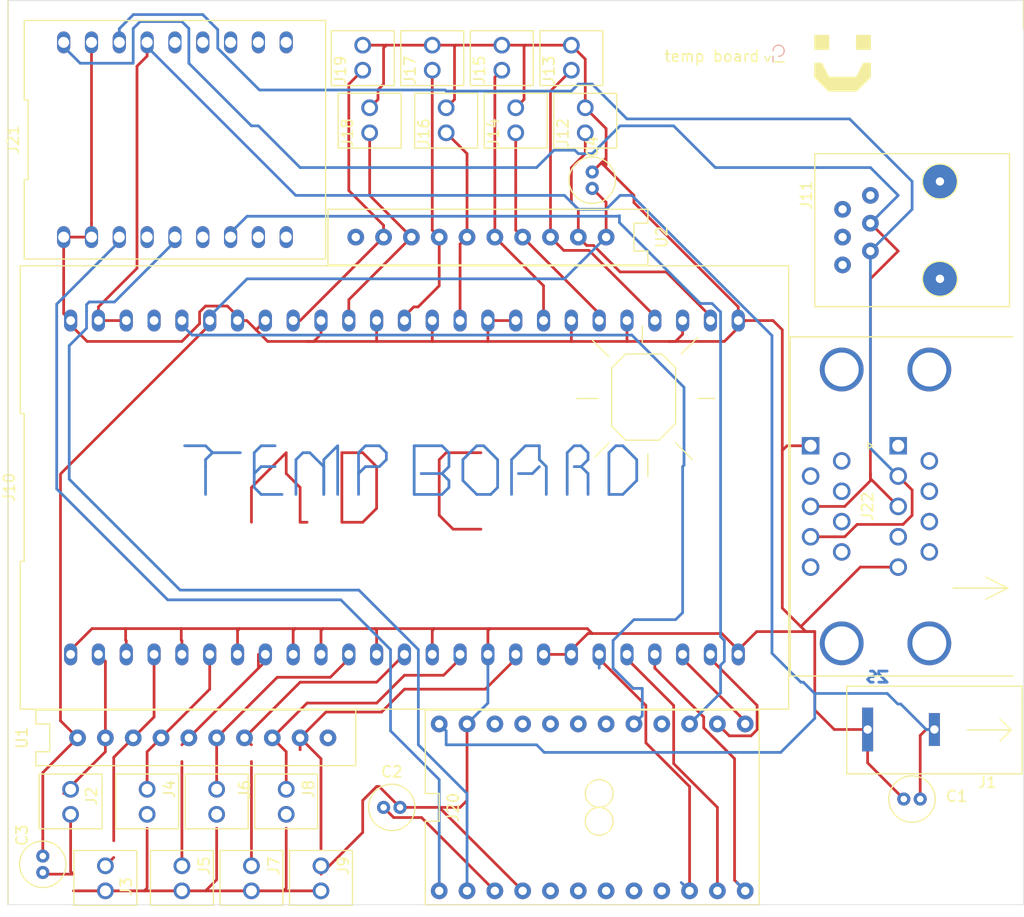
<source format=kicad_pcb>
(kicad_pcb (version 20171130) (host pcbnew 5.1.2-f72e74a~84~ubuntu18.04.1)

  (general
    (thickness 1.6)
    (drawings 32)
    (tracks 545)
    (zones 0)
    (modules 28)
    (nets 69)
  )

  (page A4)
  (title_block
    (title "eVOLVER Temperature Calibration Module")
    (rev v01)
  )

  (layers
    (0 F.Cu signal)
    (31 B.Cu signal)
    (32 B.Adhes user)
    (33 F.Adhes user)
    (34 B.Paste user)
    (35 F.Paste user)
    (36 B.SilkS user)
    (37 F.SilkS user)
    (38 B.Mask user)
    (39 F.Mask user)
    (40 Dwgs.User user)
    (41 Cmts.User user)
    (42 Eco1.User user)
    (43 Eco2.User user)
    (44 Edge.Cuts user)
    (45 Margin user)
    (46 B.CrtYd user)
    (47 F.CrtYd user)
    (48 B.Fab user)
    (49 F.Fab user)
  )

  (setup
    (last_trace_width 0.25)
    (trace_clearance 0.2)
    (zone_clearance 0.508)
    (zone_45_only no)
    (trace_min 0.2)
    (via_size 0.8)
    (via_drill 0.4)
    (via_min_size 0.4)
    (via_min_drill 0.3)
    (uvia_size 0.3)
    (uvia_drill 0.1)
    (uvias_allowed no)
    (uvia_min_size 0.2)
    (uvia_min_drill 0.1)
    (edge_width 0.05)
    (segment_width 0.2)
    (pcb_text_width 0.3)
    (pcb_text_size 1.5 1.5)
    (mod_edge_width 0.12)
    (mod_text_size 1 1)
    (mod_text_width 0.15)
    (pad_size 1.524 1.524)
    (pad_drill 0.762)
    (pad_to_mask_clearance 0.051)
    (solder_mask_min_width 0.25)
    (aux_axis_origin 0 0)
    (visible_elements FFFFFF7F)
    (pcbplotparams
      (layerselection 0x010fc_ffffffff)
      (usegerberextensions false)
      (usegerberattributes false)
      (usegerberadvancedattributes false)
      (creategerberjobfile false)
      (excludeedgelayer true)
      (linewidth 0.100000)
      (plotframeref false)
      (viasonmask false)
      (mode 1)
      (useauxorigin false)
      (hpglpennumber 1)
      (hpglpenspeed 20)
      (hpglpendiameter 15.000000)
      (psnegative false)
      (psa4output false)
      (plotreference true)
      (plotvalue true)
      (plotinvisibletext false)
      (padsonsilk false)
      (subtractmaskfromsilk false)
      (outputformat 1)
      (mirror false)
      (drillshape 0)
      (scaleselection 1)
      (outputdirectory "output/"))
  )

  (net 0 "")
  (net 1 +5V)
  (net 2 GND)
  (net 3 /arduReset)
  (net 4 +3V3)
  (net 5 /res9)
  (net 6 /res10)
  (net 7 /res11)
  (net 8 /res12)
  (net 9 /res13)
  (net 10 /res14)
  (net 11 /res15)
  (net 12 /res16)
  (net 13 "Net-(J10-Pad47)")
  (net 14 /arduA0)
  (net 15 /res8)
  (net 16 /res7)
  (net 17 /res6)
  (net 18 /res5)
  (net 19 /res4)
  (net 20 /res3)
  (net 21 /arduD7)
  (net 22 /arduD8)
  (net 23 /res2)
  (net 24 /arduD9)
  (net 25 /arduD10)
  (net 26 /res1)
  (net 27 /arduD11)
  (net 28 /RJ11_B)
  (net 29 "Net-(J11-Pad3)")
  (net 30 "Net-(J11-Pad1)")
  (net 31 /RJ11_A)
  (net 32 /arduTX)
  (net 33 /arduRX)
  (net 34 "Net-(J20-Pad5)")
  (net 35 "Net-(J20-Pad6)")
  (net 36 "Net-(J20-Pad7)")
  (net 37 "Net-(J20-Pad8)")
  (net 38 "Net-(J20-Pad9)")
  (net 39 /arduD12)
  (net 40 /arduA1)
  (net 41 /arduA2)
  (net 42 /arduA3)
  (net 43 "Net-(J20-Pad21)")
  (net 44 "Net-(J20-Pad22)")
  (net 45 "Net-(J21-Pad4)")
  (net 46 "Net-(J21-Pad14)")
  (net 47 "Net-(J21-Pad13)")
  (net 48 "Net-(J21-Pad6)")
  (net 49 "Net-(J21-Pad12)")
  (net 50 "Net-(J21-Pad11)")
  (net 51 "Net-(J21-Pad8)")
  (net 52 "Net-(J21-Pad10)")
  (net 53 "Net-(J21-Pad9)")
  (net 54 "Net-(J22-Pad2)")
  (net 55 "Net-(J22-Pad5)")
  (net 56 "Net-(J22-Pad6)")
  (net 57 "Net-(J22-Pad7)")
  (net 58 "Net-(J22-Pad8)")
  (net 59 "Net-(J22-Pad9)")
  (net 60 "Net-(U1-Pad10)")
  (net 61 "Net-(U2-Pad10)")
  (net 62 /arduD13)
  (net 63 "Net-(J22-Pad16)")
  (net 64 "Net-(J22-Pad11)")
  (net 65 "Net-(J22-Pad15)")
  (net 66 "Net-(J22-Pad14)")
  (net 67 "Net-(J22-Pad17)")
  (net 68 "Net-(J22-Pad18)")

  (net_class Default "This is the default net class."
    (clearance 0.2)
    (trace_width 0.25)
    (via_dia 0.8)
    (via_drill 0.4)
    (uvia_dia 0.3)
    (uvia_drill 0.1)
    (add_net +3V3)
    (add_net +5V)
    (add_net /RJ11_A)
    (add_net /RJ11_B)
    (add_net /arduA0)
    (add_net /arduA1)
    (add_net /arduA2)
    (add_net /arduA3)
    (add_net /arduD10)
    (add_net /arduD11)
    (add_net /arduD12)
    (add_net /arduD13)
    (add_net /arduD7)
    (add_net /arduD8)
    (add_net /arduD9)
    (add_net /arduRX)
    (add_net /arduReset)
    (add_net /arduTX)
    (add_net /res1)
    (add_net /res10)
    (add_net /res11)
    (add_net /res12)
    (add_net /res13)
    (add_net /res14)
    (add_net /res15)
    (add_net /res16)
    (add_net /res2)
    (add_net /res3)
    (add_net /res4)
    (add_net /res5)
    (add_net /res6)
    (add_net /res7)
    (add_net /res8)
    (add_net /res9)
    (add_net GND)
    (add_net "Net-(J10-Pad47)")
    (add_net "Net-(J11-Pad1)")
    (add_net "Net-(J11-Pad3)")
    (add_net "Net-(J20-Pad21)")
    (add_net "Net-(J20-Pad22)")
    (add_net "Net-(J20-Pad5)")
    (add_net "Net-(J20-Pad6)")
    (add_net "Net-(J20-Pad7)")
    (add_net "Net-(J20-Pad8)")
    (add_net "Net-(J20-Pad9)")
    (add_net "Net-(J21-Pad10)")
    (add_net "Net-(J21-Pad11)")
    (add_net "Net-(J21-Pad12)")
    (add_net "Net-(J21-Pad13)")
    (add_net "Net-(J21-Pad14)")
    (add_net "Net-(J21-Pad4)")
    (add_net "Net-(J21-Pad6)")
    (add_net "Net-(J21-Pad8)")
    (add_net "Net-(J21-Pad9)")
    (add_net "Net-(J22-Pad11)")
    (add_net "Net-(J22-Pad14)")
    (add_net "Net-(J22-Pad15)")
    (add_net "Net-(J22-Pad16)")
    (add_net "Net-(J22-Pad17)")
    (add_net "Net-(J22-Pad18)")
    (add_net "Net-(J22-Pad2)")
    (add_net "Net-(J22-Pad5)")
    (add_net "Net-(J22-Pad6)")
    (add_net "Net-(J22-Pad7)")
    (add_net "Net-(J22-Pad8)")
    (add_net "Net-(J22-Pad9)")
    (add_net "Net-(U1-Pad10)")
    (add_net "Net-(U2-Pad10)")
  )

  (module "temperature board:barreljack" (layer F.Cu) (tedit 5CE46AFC) (tstamp 5CE5B5DA)
    (at 155.702 96.266 180)
    (path /5CE47028)
    (fp_text reference J1 (at -4.826 -1.778) (layer F.SilkS)
      (effects (font (size 1 1) (thickness 0.15)))
    )
    (fp_text value Barrel_Jack (at 6.35 -2.54) (layer F.Fab)
      (effects (font (size 1 1) (thickness 0.15)))
    )
    (fp_line (start -7 3) (end -6 4) (layer F.SilkS) (width 0.12))
    (fp_line (start -6 2) (end -7 3) (layer F.SilkS) (width 0.12))
    (fp_line (start -7 3) (end -6 2) (layer F.SilkS) (width 0.12))
    (fp_line (start -3 3) (end -7 3) (layer F.SilkS) (width 0.12))
    (fp_line (start 8 -1) (end -8 -1) (layer F.SilkS) (width 0.12))
    (fp_line (start 8 7) (end 8 -1) (layer F.SilkS) (width 0.12))
    (fp_line (start -8 7) (end 8 7) (layer F.SilkS) (width 0.12))
    (fp_line (start -8 6) (end -8 7) (layer F.SilkS) (width 0.12))
    (fp_line (start -8 -1) (end -8 6) (layer F.SilkS) (width 0.12))
    (fp_line (start 6.5 2) (end 6.5 1) (layer F.Fab) (width 0.12))
    (fp_line (start 5.5 2) (end 5.5 1) (layer F.Fab) (width 0.12))
    (fp_line (start 5.5 5) (end 5.5 2) (layer F.Fab) (width 0.12))
    (fp_line (start 6.5 5) (end 5.5 5) (layer F.Fab) (width 0.12))
    (fp_line (start 5.5 1) (end 6.5 1) (layer F.Fab) (width 0.12))
    (fp_line (start 6.5 2) (end 6.5 5) (layer F.Fab) (width 0.12))
    (fp_line (start -0.5 4.5) (end -0.5 1.5) (layer F.Fab) (width 0.12))
    (fp_line (start 0.5 4.5) (end -0.5 4.5) (layer F.Fab) (width 0.12))
    (fp_line (start 0.5 1.5) (end 0.5 4.5) (layer F.Fab) (width 0.12))
    (fp_line (start -0.5 1.5) (end 0.5 1.5) (layer F.Fab) (width 0.12))
    (pad 2 thru_hole rect (at 6.096 3.048 180) (size 1 4) (drill 0.762) (layers *.Cu *.Mask)
      (net 2 GND))
    (pad 1 thru_hole rect (at 0 3.048 180) (size 1 3) (drill 0.762) (layers *.Cu *.Mask)
      (net 1 +5V))
  )

  (module "temperature board:ADCBoard" (layer F.Cu) (tedit 0) (tstamp 5CE5D122)
    (at 107.315 71.12)
    (path /5CEBDCAC)
    (fp_text reference J10 (at -36.08 0 90) (layer F.SilkS)
      (effects (font (size 1 1) (thickness 0.15)))
    )
    (fp_text value Connector_Generic_Conn_02x25_Row_Letter_Last (at 0 0) (layer F.Fab)
      (effects (font (size 1 1) (thickness 0.15)))
    )
    (fp_line (start -35.08 20.239999) (end 35.08 20.24) (layer F.SilkS) (width 0.12))
    (fp_line (start 35.08 20.24) (end 35.08 -20.239999) (layer F.SilkS) (width 0.12))
    (fp_line (start 35.08 -20.239999) (end -35.08 -20.24) (layer F.SilkS) (width 0.12))
    (fp_line (start -35.08 -20.24) (end -35.08 -6.746666) (layer F.SilkS) (width 0.12))
    (fp_line (start -35.08 -6.746666) (end -34.72 -6.746666) (layer F.SilkS) (width 0.12))
    (fp_line (start -34.72 -6.746666) (end -34.72 6.746666) (layer F.SilkS) (width 0.12))
    (fp_line (start -34.72 6.746666) (end -35.08 6.746666) (layer F.SilkS) (width 0.12))
    (fp_line (start -35.08 6.746666) (end -35.08 20.239999) (layer F.SilkS) (width 0.12))
    (fp_line (start -31.33 -16.49) (end 31.33 -16.49) (layer F.CrtYd) (width 0.05))
    (fp_line (start 31.33 -16.49) (end 31.33 16.49) (layer F.CrtYd) (width 0.05))
    (fp_line (start 31.33 16.49) (end -31.33 16.49) (layer F.CrtYd) (width 0.05))
    (fp_line (start -31.33 16.49) (end -31.33 -16.49) (layer F.CrtYd) (width 0.05))
    (pad 50 thru_hole oval (at -30.48 -15.24) (size 1.2 2) (drill 0.8) (layers *.Cu *.Mask)
      (net 2 GND))
    (pad 1 thru_hole oval (at -30.48 15.24) (size 1.2 2) (drill 0.8) (layers *.Cu *.Mask)
      (net 2 GND))
    (pad 49 thru_hole oval (at -27.94 -15.24) (size 1.2 2) (drill 0.8) (layers *.Cu *.Mask)
      (net 1 +5V))
    (pad 2 thru_hole oval (at -27.94 15.24) (size 1.2 2) (drill 0.8) (layers *.Cu *.Mask)
      (net 5 /res9))
    (pad 48 thru_hole oval (at -25.4 -15.24) (size 1.2 2) (drill 0.8) (layers *.Cu *.Mask)
      (net 1 +5V))
    (pad 3 thru_hole oval (at -25.4 15.24) (size 1.2 2) (drill 0.8) (layers *.Cu *.Mask)
      (net 2 GND))
    (pad 47 thru_hole oval (at -22.86 -15.24) (size 1.2 2) (drill 0.8) (layers *.Cu *.Mask)
      (net 13 "Net-(J10-Pad47)"))
    (pad 4 thru_hole oval (at -22.86 15.24) (size 1.2 2) (drill 0.8) (layers *.Cu *.Mask)
      (net 6 /res10))
    (pad 46 thru_hole oval (at -20.32 -15.24) (size 1.2 2) (drill 0.8) (layers *.Cu *.Mask)
      (net 14 /arduA0))
    (pad 5 thru_hole oval (at -20.32 15.24) (size 1.2 2) (drill 0.8) (layers *.Cu *.Mask)
      (net 2 GND))
    (pad 45 thru_hole oval (at -17.78 -15.24) (size 1.2 2) (drill 0.8) (layers *.Cu *.Mask)
      (net 4 +3V3))
    (pad 6 thru_hole oval (at -17.78 15.24) (size 1.2 2) (drill 0.8) (layers *.Cu *.Mask)
      (net 7 /res11))
    (pad 44 thru_hole oval (at -15.24 -15.24) (size 1.2 2) (drill 0.8) (layers *.Cu *.Mask)
      (net 2 GND))
    (pad 7 thru_hole oval (at -15.24 15.24) (size 1.2 2) (drill 0.8) (layers *.Cu *.Mask)
      (net 2 GND))
    (pad 43 thru_hole oval (at -12.7 -15.24) (size 1.2 2) (drill 0.8) (layers *.Cu *.Mask)
      (net 2 GND))
    (pad 8 thru_hole oval (at -12.7 15.24) (size 1.2 2) (drill 0.8) (layers *.Cu *.Mask)
      (net 8 /res12))
    (pad 42 thru_hole oval (at -10.16 -15.24) (size 1.2 2) (drill 0.8) (layers *.Cu *.Mask)
      (net 15 /res8))
    (pad 9 thru_hole oval (at -10.16 15.24) (size 1.2 2) (drill 0.8) (layers *.Cu *.Mask)
      (net 2 GND))
    (pad 41 thru_hole oval (at -7.62 -15.24) (size 1.2 2) (drill 0.8) (layers *.Cu *.Mask)
      (net 2 GND))
    (pad 10 thru_hole oval (at -7.62 15.24) (size 1.2 2) (drill 0.8) (layers *.Cu *.Mask)
      (net 2 GND))
    (pad 40 thru_hole oval (at -5.08 -15.24) (size 1.2 2) (drill 0.8) (layers *.Cu *.Mask)
      (net 16 /res7))
    (pad 11 thru_hole oval (at -5.08 15.24) (size 1.2 2) (drill 0.8) (layers *.Cu *.Mask)
      (net 9 /res13))
    (pad 39 thru_hole oval (at -2.54 -15.24) (size 1.2 2) (drill 0.8) (layers *.Cu *.Mask)
      (net 2 GND))
    (pad 12 thru_hole oval (at -2.54 15.24) (size 1.2 2) (drill 0.8) (layers *.Cu *.Mask)
      (net 2 GND))
    (pad 38 thru_hole oval (at 0 -15.24) (size 1.2 2) (drill 0.8) (layers *.Cu *.Mask)
      (net 17 /res6))
    (pad 13 thru_hole oval (at 0 15.24) (size 1.2 2) (drill 0.8) (layers *.Cu *.Mask)
      (net 10 /res14))
    (pad 37 thru_hole oval (at 2.54 -15.24) (size 1.2 2) (drill 0.8) (layers *.Cu *.Mask)
      (net 2 GND))
    (pad 14 thru_hole oval (at 2.54 15.24) (size 1.2 2) (drill 0.8) (layers *.Cu *.Mask)
      (net 2 GND))
    (pad 36 thru_hole oval (at 5.08 -15.24) (size 1.2 2) (drill 0.8) (layers *.Cu *.Mask)
      (net 18 /res5))
    (pad 15 thru_hole oval (at 5.08 15.24) (size 1.2 2) (drill 0.8) (layers *.Cu *.Mask)
      (net 11 /res15))
    (pad 35 thru_hole oval (at 7.62 -15.24) (size 1.2 2) (drill 0.8) (layers *.Cu *.Mask)
      (net 2 GND))
    (pad 16 thru_hole oval (at 7.62 15.24) (size 1.2 2) (drill 0.8) (layers *.Cu *.Mask)
      (net 2 GND))
    (pad 34 thru_hole oval (at 10.16 -15.24) (size 1.2 2) (drill 0.8) (layers *.Cu *.Mask)
      (net 2 GND))
    (pad 17 thru_hole oval (at 10.16 15.24) (size 1.2 2) (drill 0.8) (layers *.Cu *.Mask)
      (net 12 /res16))
    (pad 33 thru_hole oval (at 12.7 -15.24) (size 1.2 2) (drill 0.8) (layers *.Cu *.Mask)
      (net 19 /res4))
    (pad 18 thru_hole oval (at 12.7 15.24) (size 1.2 2) (drill 0.8) (layers *.Cu *.Mask)
      (net 2 GND))
    (pad 32 thru_hole oval (at 15.24 -15.24) (size 1.2 2) (drill 0.8) (layers *.Cu *.Mask)
      (net 2 GND))
    (pad 19 thru_hole oval (at 15.24 15.24) (size 1.2 2) (drill 0.8) (layers *.Cu *.Mask)
      (net 2 GND))
    (pad 31 thru_hole oval (at 17.78 -15.24) (size 1.2 2) (drill 0.8) (layers *.Cu *.Mask)
      (net 20 /res3))
    (pad 20 thru_hole oval (at 17.78 15.24) (size 1.2 2) (drill 0.8) (layers *.Cu *.Mask)
      (net 21 /arduD7))
    (pad 30 thru_hole oval (at 20.32 -15.24) (size 1.2 2) (drill 0.8) (layers *.Cu *.Mask)
      (net 2 GND))
    (pad 21 thru_hole oval (at 20.32 15.24) (size 1.2 2) (drill 0.8) (layers *.Cu *.Mask)
      (net 22 /arduD8))
    (pad 29 thru_hole oval (at 22.86 -15.24) (size 1.2 2) (drill 0.8) (layers *.Cu *.Mask)
      (net 23 /res2))
    (pad 22 thru_hole oval (at 22.86 15.24) (size 1.2 2) (drill 0.8) (layers *.Cu *.Mask)
      (net 24 /arduD9))
    (pad 28 thru_hole oval (at 25.4 -15.24) (size 1.2 2) (drill 0.8) (layers *.Cu *.Mask)
      (net 2 GND))
    (pad 23 thru_hole oval (at 25.4 15.24) (size 1.2 2) (drill 0.8) (layers *.Cu *.Mask)
      (net 25 /arduD10))
    (pad 27 thru_hole oval (at 27.94 -15.24) (size 1.2 2) (drill 0.8) (layers *.Cu *.Mask)
      (net 26 /res1))
    (pad 24 thru_hole oval (at 27.94 15.24) (size 1.2 2) (drill 0.8) (layers *.Cu *.Mask)
      (net 27 /arduD11))
    (pad 26 thru_hole oval (at 30.48 -15.24) (size 1.2 2) (drill 0.8) (layers *.Cu *.Mask)
      (net 2 GND))
    (pad 25 thru_hole oval (at 30.48 15.24) (size 1.2 2) (drill 0.8) (layers *.Cu *.Mask)
      (net 2 GND))
  )

  (module "temperature board:JSTHeader" (layer F.Cu) (tedit 5CE59F3C) (tstamp 5CE695B2)
    (at 121.285 38.735 90)
    (path /5CDF13BD)
    (fp_text reference J12 (at 0 0.5 90) (layer F.SilkS)
      (effects (font (size 1 1) (thickness 0.15)))
    )
    (fp_text value Conn_01x02 (at 0 -0.5 90) (layer F.Fab)
      (effects (font (size 1 1) (thickness 0.15)))
    )
    (fp_line (start -1.397 -0.335) (end 3.603 -0.335) (layer F.SilkS) (width 0.12))
    (fp_line (start -1.397 5.415) (end 3.603 5.415) (layer F.SilkS) (width 0.12))
    (fp_line (start -1.397 -0.335) (end -1.397 5.415) (layer F.SilkS) (width 0.12))
    (fp_line (start 3.603 -0.335) (end 3.603 5.415) (layer F.SilkS) (width 0.12))
    (pad 2 thru_hole circle (at 2.286 2.54 90) (size 1.524 1.524) (drill 0.999998) (layers *.Cu *.Mask)
      (net 2 GND))
    (pad 1 thru_hole circle (at 0 2.54 90) (size 1.524 1.524) (drill 0.999998) (layers *.Cu *.Mask)
      (net 26 /res1))
  )

  (module "temperature board:JSTHeader" (layer F.Cu) (tedit 5CE59F3C) (tstamp 5CE695F8)
    (at 100.965 33.02 90)
    (path /5CDF222D)
    (fp_text reference J19 (at 0 0.5 90) (layer F.SilkS)
      (effects (font (size 1 1) (thickness 0.15)))
    )
    (fp_text value Conn_01x02 (at 0 -0.5 90) (layer F.Fab)
      (effects (font (size 1 1) (thickness 0.15)))
    )
    (fp_line (start -1.397 -0.335) (end 3.603 -0.335) (layer F.SilkS) (width 0.12))
    (fp_line (start -1.397 5.415) (end 3.603 5.415) (layer F.SilkS) (width 0.12))
    (fp_line (start -1.397 -0.335) (end -1.397 5.415) (layer F.SilkS) (width 0.12))
    (fp_line (start 3.603 -0.335) (end 3.603 5.415) (layer F.SilkS) (width 0.12))
    (pad 2 thru_hole circle (at 2.286 2.54 90) (size 1.524 1.524) (drill 0.999998) (layers *.Cu *.Mask)
      (net 2 GND))
    (pad 1 thru_hole circle (at 0 2.54 90) (size 1.524 1.524) (drill 0.999998) (layers *.Cu *.Mask)
      (net 15 /res8))
  )

  (module "temperature board:JSTHeader" (layer F.Cu) (tedit 5CE59F3C) (tstamp 5CE695EE)
    (at 101.6 38.735 90)
    (path /5CDF2227)
    (fp_text reference J18 (at 0 0.5 90) (layer F.SilkS)
      (effects (font (size 1 1) (thickness 0.15)))
    )
    (fp_text value Conn_01x02 (at 0 -0.5 90) (layer F.Fab)
      (effects (font (size 1 1) (thickness 0.15)))
    )
    (fp_line (start -1.397 -0.335) (end 3.603 -0.335) (layer F.SilkS) (width 0.12))
    (fp_line (start -1.397 5.415) (end 3.603 5.415) (layer F.SilkS) (width 0.12))
    (fp_line (start -1.397 -0.335) (end -1.397 5.415) (layer F.SilkS) (width 0.12))
    (fp_line (start 3.603 -0.335) (end 3.603 5.415) (layer F.SilkS) (width 0.12))
    (pad 2 thru_hole circle (at 2.286 2.54 90) (size 1.524 1.524) (drill 0.999998) (layers *.Cu *.Mask)
      (net 2 GND))
    (pad 1 thru_hole circle (at 0 2.54 90) (size 1.524 1.524) (drill 0.999998) (layers *.Cu *.Mask)
      (net 16 /res7))
  )

  (module "temperature board:JSTHeader" (layer F.Cu) (tedit 5CE59F3C) (tstamp 5CE69EF2)
    (at 107.315 33.02 90)
    (path /5CDF2221)
    (fp_text reference J17 (at 0 0.5 90) (layer F.SilkS)
      (effects (font (size 1 1) (thickness 0.15)))
    )
    (fp_text value Conn_01x02 (at 0 -0.5 90) (layer F.Fab)
      (effects (font (size 1 1) (thickness 0.15)))
    )
    (fp_line (start -1.397 -0.335) (end 3.603 -0.335) (layer F.SilkS) (width 0.12))
    (fp_line (start -1.397 5.415) (end 3.603 5.415) (layer F.SilkS) (width 0.12))
    (fp_line (start -1.397 -0.335) (end -1.397 5.415) (layer F.SilkS) (width 0.12))
    (fp_line (start 3.603 -0.335) (end 3.603 5.415) (layer F.SilkS) (width 0.12))
    (pad 2 thru_hole circle (at 2.286 2.54 90) (size 1.524 1.524) (drill 0.999998) (layers *.Cu *.Mask)
      (net 2 GND))
    (pad 1 thru_hole circle (at 0 2.54 90) (size 1.524 1.524) (drill 0.999998) (layers *.Cu *.Mask)
      (net 17 /res6))
  )

  (module "temperature board:JSTHeader" (layer F.Cu) (tedit 5CE59F3C) (tstamp 5CE695DA)
    (at 108.585 38.735 90)
    (path /5CDF221B)
    (fp_text reference J16 (at 0 0.5 90) (layer F.SilkS)
      (effects (font (size 1 1) (thickness 0.15)))
    )
    (fp_text value Conn_01x02 (at 0 -0.5 90) (layer F.Fab)
      (effects (font (size 1 1) (thickness 0.15)))
    )
    (fp_line (start -1.397 -0.335) (end 3.603 -0.335) (layer F.SilkS) (width 0.12))
    (fp_line (start -1.397 5.415) (end 3.603 5.415) (layer F.SilkS) (width 0.12))
    (fp_line (start -1.397 -0.335) (end -1.397 5.415) (layer F.SilkS) (width 0.12))
    (fp_line (start 3.603 -0.335) (end 3.603 5.415) (layer F.SilkS) (width 0.12))
    (pad 2 thru_hole circle (at 2.286 2.54 90) (size 1.524 1.524) (drill 0.999998) (layers *.Cu *.Mask)
      (net 2 GND))
    (pad 1 thru_hole circle (at 0 2.54 90) (size 1.524 1.524) (drill 0.999998) (layers *.Cu *.Mask)
      (net 18 /res5))
  )

  (module "temperature board:JSTHeader" (layer F.Cu) (tedit 5CE59F3C) (tstamp 5CE69F0D)
    (at 113.665 33.02 90)
    (path /5CDF13CF)
    (fp_text reference J15 (at 0 0.5 90) (layer F.SilkS)
      (effects (font (size 1 1) (thickness 0.15)))
    )
    (fp_text value Conn_01x02 (at 0 -0.5 90) (layer F.Fab)
      (effects (font (size 1 1) (thickness 0.15)))
    )
    (fp_line (start -1.397 -0.335) (end 3.603 -0.335) (layer F.SilkS) (width 0.12))
    (fp_line (start -1.397 5.415) (end 3.603 5.415) (layer F.SilkS) (width 0.12))
    (fp_line (start -1.397 -0.335) (end -1.397 5.415) (layer F.SilkS) (width 0.12))
    (fp_line (start 3.603 -0.335) (end 3.603 5.415) (layer F.SilkS) (width 0.12))
    (pad 2 thru_hole circle (at 2.286 2.54 90) (size 1.524 1.524) (drill 0.999998) (layers *.Cu *.Mask)
      (net 2 GND))
    (pad 1 thru_hole circle (at 0 2.54 90) (size 1.524 1.524) (drill 0.999998) (layers *.Cu *.Mask)
      (net 19 /res4))
  )

  (module "temperature board:JSTHeader" (layer F.Cu) (tedit 5CE59F3C) (tstamp 5CE695C6)
    (at 114.935 38.735 90)
    (path /5CDF13C9)
    (fp_text reference J14 (at 0 0.5 90) (layer F.SilkS)
      (effects (font (size 1 1) (thickness 0.15)))
    )
    (fp_text value Conn_01x02 (at 0 -0.5 90) (layer F.Fab)
      (effects (font (size 1 1) (thickness 0.15)))
    )
    (fp_line (start -1.397 -0.335) (end 3.603 -0.335) (layer F.SilkS) (width 0.12))
    (fp_line (start -1.397 5.415) (end 3.603 5.415) (layer F.SilkS) (width 0.12))
    (fp_line (start -1.397 -0.335) (end -1.397 5.415) (layer F.SilkS) (width 0.12))
    (fp_line (start 3.603 -0.335) (end 3.603 5.415) (layer F.SilkS) (width 0.12))
    (pad 2 thru_hole circle (at 2.286 2.54 90) (size 1.524 1.524) (drill 0.999998) (layers *.Cu *.Mask)
      (net 2 GND))
    (pad 1 thru_hole circle (at 0 2.54 90) (size 1.524 1.524) (drill 0.999998) (layers *.Cu *.Mask)
      (net 20 /res3))
  )

  (module "temperature board:JSTHeader" (layer F.Cu) (tedit 5CE59F3C) (tstamp 5CE69ED7)
    (at 120.015 33.02 90)
    (path /5CDF13C3)
    (fp_text reference J13 (at 0 0.5 90) (layer F.SilkS)
      (effects (font (size 1 1) (thickness 0.15)))
    )
    (fp_text value Conn_01x02 (at 0 -0.5 90) (layer F.Fab)
      (effects (font (size 1 1) (thickness 0.15)))
    )
    (fp_line (start -1.397 -0.335) (end 3.603 -0.335) (layer F.SilkS) (width 0.12))
    (fp_line (start -1.397 5.415) (end 3.603 5.415) (layer F.SilkS) (width 0.12))
    (fp_line (start -1.397 -0.335) (end -1.397 5.415) (layer F.SilkS) (width 0.12))
    (fp_line (start 3.603 -0.335) (end 3.603 5.415) (layer F.SilkS) (width 0.12))
    (pad 2 thru_hole circle (at 2.286 2.54 90) (size 1.524 1.524) (drill 0.999998) (layers *.Cu *.Mask)
      (net 2 GND))
    (pad 1 thru_hole circle (at 0 2.54 90) (size 1.524 1.524) (drill 0.999998) (layers *.Cu *.Mask)
      (net 23 /res2))
  )

  (module "temperature board:JSTHeader" (layer F.Cu) (tedit 5CE59F3C) (tstamp 5CF16214)
    (at 102.235 105.664 270)
    (path /5CDF0561)
    (fp_text reference J9 (at 0 0.5 90) (layer F.SilkS)
      (effects (font (size 1 1) (thickness 0.15)))
    )
    (fp_text value Conn_01x02 (at 0 -0.5 90) (layer F.Fab)
      (effects (font (size 1 1) (thickness 0.15)))
    )
    (fp_line (start -1.397 -0.335) (end 3.603 -0.335) (layer F.SilkS) (width 0.12))
    (fp_line (start -1.397 5.415) (end 3.603 5.415) (layer F.SilkS) (width 0.12))
    (fp_line (start -1.397 -0.335) (end -1.397 5.415) (layer F.SilkS) (width 0.12))
    (fp_line (start 3.603 -0.335) (end 3.603 5.415) (layer F.SilkS) (width 0.12))
    (pad 2 thru_hole circle (at 2.286 2.54 270) (size 1.524 1.524) (drill 0.999998) (layers *.Cu *.Mask)
      (net 2 GND))
    (pad 1 thru_hole circle (at 0 2.54 270) (size 1.524 1.524) (drill 0.999998) (layers *.Cu *.Mask)
      (net 12 /res16))
  )

  (module "temperature board:JSTHeader" (layer F.Cu) (tedit 5CE59F3C) (tstamp 5CE68ACE)
    (at 99.06 98.679 270)
    (path /5CDF055B)
    (fp_text reference J8 (at 0 0.5 90) (layer F.SilkS)
      (effects (font (size 1 1) (thickness 0.15)))
    )
    (fp_text value Conn_01x02 (at 0 -0.5 90) (layer F.Fab)
      (effects (font (size 1 1) (thickness 0.15)))
    )
    (fp_line (start -1.397 -0.335) (end 3.603 -0.335) (layer F.SilkS) (width 0.12))
    (fp_line (start -1.397 5.415) (end 3.603 5.415) (layer F.SilkS) (width 0.12))
    (fp_line (start -1.397 -0.335) (end -1.397 5.415) (layer F.SilkS) (width 0.12))
    (fp_line (start 3.603 -0.335) (end 3.603 5.415) (layer F.SilkS) (width 0.12))
    (pad 2 thru_hole circle (at 2.286 2.54 270) (size 1.524 1.524) (drill 0.999998) (layers *.Cu *.Mask)
      (net 2 GND))
    (pad 1 thru_hole circle (at 0 2.54 270) (size 1.524 1.524) (drill 0.999998) (layers *.Cu *.Mask)
      (net 11 /res15))
  )

  (module "temperature board:JSTHeader" (layer F.Cu) (tedit 5CE59F3C) (tstamp 5CF161B7)
    (at 95.885 105.664 270)
    (path /5CDF0555)
    (fp_text reference J7 (at 0 0.5 90) (layer F.SilkS)
      (effects (font (size 1 1) (thickness 0.15)))
    )
    (fp_text value Conn_01x02 (at 0 -0.5 90) (layer F.Fab)
      (effects (font (size 1 1) (thickness 0.15)))
    )
    (fp_line (start -1.397 -0.335) (end 3.603 -0.335) (layer F.SilkS) (width 0.12))
    (fp_line (start -1.397 5.415) (end 3.603 5.415) (layer F.SilkS) (width 0.12))
    (fp_line (start -1.397 -0.335) (end -1.397 5.415) (layer F.SilkS) (width 0.12))
    (fp_line (start 3.603 -0.335) (end 3.603 5.415) (layer F.SilkS) (width 0.12))
    (pad 2 thru_hole circle (at 2.286 2.54 270) (size 1.524 1.524) (drill 0.999998) (layers *.Cu *.Mask)
      (net 2 GND))
    (pad 1 thru_hole circle (at 0 2.54 270) (size 1.524 1.524) (drill 0.999998) (layers *.Cu *.Mask)
      (net 10 /res14))
  )

  (module "temperature board:JSTHeader" (layer F.Cu) (tedit 5CE59F3C) (tstamp 5CE68ABA)
    (at 92.71 98.679 270)
    (path /5CDF054F)
    (fp_text reference J6 (at 0 0 90) (layer F.SilkS)
      (effects (font (size 1 1) (thickness 0.15)))
    )
    (fp_text value Conn_01x02 (at 0 -0.5 90) (layer F.Fab)
      (effects (font (size 1 1) (thickness 0.15)))
    )
    (fp_line (start -1.397 -0.335) (end 3.603 -0.335) (layer F.SilkS) (width 0.12))
    (fp_line (start -1.397 5.415) (end 3.603 5.415) (layer F.SilkS) (width 0.12))
    (fp_line (start -1.397 -0.335) (end -1.397 5.415) (layer F.SilkS) (width 0.12))
    (fp_line (start 3.603 -0.335) (end 3.603 5.415) (layer F.SilkS) (width 0.12))
    (pad 2 thru_hole circle (at 2.286 2.54 270) (size 1.524 1.524) (drill 0.999998) (layers *.Cu *.Mask)
      (net 2 GND))
    (pad 1 thru_hole circle (at 0 2.54 270) (size 1.524 1.524) (drill 0.999998) (layers *.Cu *.Mask)
      (net 9 /res13))
  )

  (module "temperature board:JSTHeader" (layer F.Cu) (tedit 5CE59F3C) (tstamp 5CF161D5)
    (at 89.535 105.664 270)
    (path /5CDEE4D3)
    (fp_text reference J5 (at 0 0.5 90) (layer F.SilkS)
      (effects (font (size 1 1) (thickness 0.15)))
    )
    (fp_text value Conn_01x02 (at 0 -0.5 90) (layer F.Fab)
      (effects (font (size 1 1) (thickness 0.15)))
    )
    (fp_line (start -1.397 -0.335) (end 3.603 -0.335) (layer F.SilkS) (width 0.12))
    (fp_line (start -1.397 5.415) (end 3.603 5.415) (layer F.SilkS) (width 0.12))
    (fp_line (start -1.397 -0.335) (end -1.397 5.415) (layer F.SilkS) (width 0.12))
    (fp_line (start 3.603 -0.335) (end 3.603 5.415) (layer F.SilkS) (width 0.12))
    (pad 2 thru_hole circle (at 2.286 2.54 270) (size 1.524 1.524) (drill 0.999998) (layers *.Cu *.Mask)
      (net 2 GND))
    (pad 1 thru_hole circle (at 0 2.54 270) (size 1.524 1.524) (drill 0.999998) (layers *.Cu *.Mask)
      (net 8 /res12))
  )

  (module "temperature board:JSTHeader" (layer F.Cu) (tedit 5CE59F3C) (tstamp 5CF15D93)
    (at 86.36 98.679 270)
    (path /5CDEDE8F)
    (fp_text reference J4 (at 0 0.5 90) (layer F.SilkS)
      (effects (font (size 1 1) (thickness 0.15)))
    )
    (fp_text value Conn_01x02 (at 0 -0.5 90) (layer F.Fab)
      (effects (font (size 1 1) (thickness 0.15)))
    )
    (fp_line (start -1.397 -0.335) (end 3.603 -0.335) (layer F.SilkS) (width 0.12))
    (fp_line (start -1.397 5.415) (end 3.603 5.415) (layer F.SilkS) (width 0.12))
    (fp_line (start -1.397 -0.335) (end -1.397 5.415) (layer F.SilkS) (width 0.12))
    (fp_line (start 3.603 -0.335) (end 3.603 5.415) (layer F.SilkS) (width 0.12))
    (pad 2 thru_hole circle (at 2.286 2.54 270) (size 1.524 1.524) (drill 0.999998) (layers *.Cu *.Mask)
      (net 2 GND))
    (pad 1 thru_hole circle (at 0 2.54 270) (size 1.524 1.524) (drill 0.999998) (layers *.Cu *.Mask)
      (net 7 /res11))
  )

  (module "temperature board:JSTHeader" (layer F.Cu) (tedit 5CE59F3C) (tstamp 5CF16181)
    (at 82.55 105.664 270)
    (path /5CDED8DE)
    (fp_text reference J3 (at 1.905 0.635 90) (layer F.SilkS)
      (effects (font (size 1 1) (thickness 0.15)))
    )
    (fp_text value Conn_01x02 (at 0 -0.5 90) (layer F.Fab)
      (effects (font (size 1 1) (thickness 0.15)))
    )
    (fp_line (start -1.397 -0.335) (end 3.603 -0.335) (layer F.SilkS) (width 0.12))
    (fp_line (start -1.397 5.415) (end 3.603 5.415) (layer F.SilkS) (width 0.12))
    (fp_line (start -1.397 -0.335) (end -1.397 5.415) (layer F.SilkS) (width 0.12))
    (fp_line (start 3.603 -0.335) (end 3.603 5.415) (layer F.SilkS) (width 0.12))
    (pad 2 thru_hole circle (at 2.286 2.54 270) (size 1.524 1.524) (drill 0.999998) (layers *.Cu *.Mask)
      (net 2 GND))
    (pad 1 thru_hole circle (at 0 2.54 270) (size 1.524 1.524) (drill 0.999998) (layers *.Cu *.Mask)
      (net 6 /res10))
  )

  (module "temperature board:JSTHeader" (layer F.Cu) (tedit 5CE59F3C) (tstamp 5CE68A92)
    (at 79.375 98.679 270)
    (path /5CDED225)
    (fp_text reference J2 (at 0.635 0.635 90) (layer F.SilkS)
      (effects (font (size 1 1) (thickness 0.15)))
    )
    (fp_text value Conn_01x02 (at 0 -0.5 90) (layer F.Fab)
      (effects (font (size 1 1) (thickness 0.15)))
    )
    (fp_line (start -1.397 -0.335) (end 3.603 -0.335) (layer F.SilkS) (width 0.12))
    (fp_line (start -1.397 5.415) (end 3.603 5.415) (layer F.SilkS) (width 0.12))
    (fp_line (start -1.397 -0.335) (end -1.397 5.415) (layer F.SilkS) (width 0.12))
    (fp_line (start 3.603 -0.335) (end 3.603 5.415) (layer F.SilkS) (width 0.12))
    (pad 2 thru_hole circle (at 2.286 2.54 270) (size 1.524 1.524) (drill 0.999998) (layers *.Cu *.Mask)
      (net 2 GND))
    (pad 1 thru_hole circle (at 0 2.54 270) (size 1.524 1.524) (drill 0.999998) (layers *.Cu *.Mask)
      (net 5 /res9))
  )

  (module "temperature board:RS485" (layer F.Cu) (tedit 0) (tstamp 5CE5BA9C)
    (at 86.36 39.37)
    (path /5CE28214)
    (fp_text reference J21 (at -14.76 0 90) (layer F.SilkS)
      (effects (font (size 1 1) (thickness 0.15)))
    )
    (fp_text value Conn_02x09_Odd_Even (at 0 0) (layer F.Fab)
      (effects (font (size 1 1) (thickness 0.15)))
    )
    (fp_line (start -13.76 10.89) (end 13.76 10.89) (layer F.SilkS) (width 0.12))
    (fp_line (start 13.76 10.89) (end 13.76 -10.89) (layer F.SilkS) (width 0.12))
    (fp_line (start 13.76 -10.89) (end -13.76 -10.89) (layer F.SilkS) (width 0.12))
    (fp_line (start -13.76 -10.89) (end -13.76 -3.63) (layer F.SilkS) (width 0.12))
    (fp_line (start -13.76 -3.63) (end -13.4 -3.63) (layer F.SilkS) (width 0.12))
    (fp_line (start -13.4 -3.63) (end -13.4 3.629999) (layer F.SilkS) (width 0.12))
    (fp_line (start -13.4 3.629999) (end -13.76 3.629999) (layer F.SilkS) (width 0.12))
    (fp_line (start -13.76 3.629999) (end -13.76 10.89) (layer F.SilkS) (width 0.12))
    (fp_line (start -11.01 -10.14) (end 11.01 -10.14) (layer F.CrtYd) (width 0.05))
    (fp_line (start 11.01 -10.14) (end 11.01 10.14) (layer F.CrtYd) (width 0.05))
    (fp_line (start 11.01 10.14) (end -11.01 10.14) (layer F.CrtYd) (width 0.05))
    (fp_line (start -11.01 10.14) (end -11.01 -10.14) (layer F.CrtYd) (width 0.05))
    (pad 18 thru_hole oval (at -10.16 -8.89) (size 1.2 2) (drill 1) (layers *.Cu *.Mask)
      (net 28 /RJ11_B))
    (pad 1 thru_hole oval (at -10.16 8.89) (size 1.2 2) (drill 1) (layers *.Cu *.Mask)
      (net 2 GND))
    (pad 17 thru_hole oval (at -7.62 -8.89) (size 1.2 2) (drill 1) (layers *.Cu *.Mask)
      (net 2 GND))
    (pad 2 thru_hole oval (at -7.62 8.89) (size 1.2 2) (drill 1) (layers *.Cu *.Mask)
      (net 2 GND))
    (pad 16 thru_hole oval (at -5.08 -8.89) (size 1.2 2) (drill 1) (layers *.Cu *.Mask)
      (net 31 /RJ11_A))
    (pad 3 thru_hole oval (at -5.08 8.89) (size 1.2 2) (drill 1) (layers *.Cu *.Mask)
      (net 32 /arduTX))
    (pad 15 thru_hole oval (at -2.54 -8.89) (size 1.2 2) (drill 1) (layers *.Cu *.Mask)
      (net 1 +5V))
    (pad 4 thru_hole oval (at -2.54 8.89) (size 1.2 2) (drill 1) (layers *.Cu *.Mask)
      (net 45 "Net-(J21-Pad4)"))
    (pad 14 thru_hole oval (at 0 -8.89) (size 1.2 2) (drill 1) (layers *.Cu *.Mask)
      (net 46 "Net-(J21-Pad14)"))
    (pad 5 thru_hole oval (at 0 8.89) (size 1.2 2) (drill 1) (layers *.Cu *.Mask)
      (net 33 /arduRX))
    (pad 13 thru_hole oval (at 2.54 -8.89) (size 1.2 2) (drill 1) (layers *.Cu *.Mask)
      (net 47 "Net-(J21-Pad13)"))
    (pad 6 thru_hole oval (at 2.54 8.89) (size 1.2 2) (drill 1) (layers *.Cu *.Mask)
      (net 48 "Net-(J21-Pad6)"))
    (pad 12 thru_hole oval (at 5.08 -8.89) (size 1.2 2) (drill 1) (layers *.Cu *.Mask)
      (net 49 "Net-(J21-Pad12)"))
    (pad 7 thru_hole oval (at 5.08 8.89) (size 1.2 2) (drill 1) (layers *.Cu *.Mask)
      (net 39 /arduD12))
    (pad 11 thru_hole oval (at 7.62 -8.89) (size 1.2 2) (drill 1) (layers *.Cu *.Mask)
      (net 50 "Net-(J21-Pad11)"))
    (pad 8 thru_hole oval (at 7.62 8.89) (size 1.2 2) (drill 1) (layers *.Cu *.Mask)
      (net 51 "Net-(J21-Pad8)"))
    (pad 10 thru_hole oval (at 10.16 -8.89) (size 1.2 2) (drill 1) (layers *.Cu *.Mask)
      (net 52 "Net-(J21-Pad10)"))
    (pad 9 thru_hole oval (at 10.16 8.89) (size 1.2 2) (drill 1) (layers *.Cu *.Mask)
      (net 53 "Net-(J21-Pad9)"))
  )

  (module "temperature board:resistorPackx10" (layer F.Cu) (tedit 5CE45ED3) (tstamp 5CE58DC4)
    (at 120.65 48.26 270)
    (path /5CEAF80E)
    (attr smd)
    (fp_text reference U2 (at 0 -10.16 90) (layer F.SilkS)
      (effects (font (size 1 1) (thickness 0.15)))
    )
    (fp_text value 9_R_01x10 (at 0 21.59 90) (layer F.Fab)
      (effects (font (size 1 1) (thickness 0.15)))
    )
    (fp_line (start 2.54 -8.89) (end 2.54 -6.35) (layer F.SilkS) (width 0.12))
    (fp_line (start 1.27 -8.89) (end 2.54 -8.89) (layer F.SilkS) (width 0.12))
    (fp_line (start 1.27 -7.62) (end 1.27 -8.89) (layer F.SilkS) (width 0.12))
    (fp_line (start -1.27 -7.62) (end 1.27 -7.62) (layer F.SilkS) (width 0.12))
    (fp_line (start -1.27 -8.89) (end -1.27 -7.62) (layer F.SilkS) (width 0.12))
    (fp_line (start -2.54 -8.89) (end -1.27 -8.89) (layer F.SilkS) (width 0.12))
    (fp_line (start -2.54 -6.35) (end -2.54 -8.89) (layer F.SilkS) (width 0.12))
    (fp_line (start -2.54 20.32) (end -2.54 -6.35) (layer F.SilkS) (width 0.12))
    (fp_line (start 2.54 20.32) (end -2.54 20.32) (layer F.SilkS) (width 0.12))
    (fp_line (start 2.54 -6.35) (end 2.54 20.32) (layer F.SilkS) (width 0.12))
    (pad 10 thru_hole circle (at 0 17.78 270) (size 1.524 1.524) (drill 0.762) (layers *.Cu *.Mask)
      (net 61 "Net-(U2-Pad10)"))
    (pad 9 thru_hole circle (at 0 15.24 270) (size 1.524 1.524) (drill 0.762) (layers *.Cu *.Mask)
      (net 15 /res8))
    (pad 8 thru_hole circle (at 0 12.7 270) (size 1.524 1.524) (drill 0.762) (layers *.Cu *.Mask)
      (net 16 /res7))
    (pad 7 thru_hole circle (at 0 10.16 270) (size 1.524 1.524) (drill 0.762) (layers *.Cu *.Mask)
      (net 17 /res6))
    (pad 6 thru_hole circle (at 0 7.62 270) (size 1.524 1.524) (drill 0.762) (layers *.Cu *.Mask)
      (net 18 /res5))
    (pad 5 thru_hole circle (at 0 5.08 270) (size 1.524 1.524) (drill 0.762) (layers *.Cu *.Mask)
      (net 19 /res4))
    (pad 4 thru_hole circle (at 0 2.54 270) (size 1.524 1.524) (drill 0.762) (layers *.Cu *.Mask)
      (net 20 /res3))
    (pad 3 thru_hole circle (at 0 0 270) (size 1.524 1.524) (drill 0.762) (layers *.Cu *.Mask)
      (net 23 /res2))
    (pad 2 thru_hole circle (at 0 -2.54 270) (size 1.524 1.524) (drill 0.762) (layers *.Cu *.Mask)
      (net 26 /res1))
    (pad 1 thru_hole circle (at 0 -5.08 270) (size 1.524 1.524) (drill 0.762) (layers *.Cu *.Mask)
      (net 4 +3V3))
  )

  (module "temperature board:ethernet cable jack" (layer F.Cu) (tedit 5CE30CE7) (tstamp 5CE4D093)
    (at 143.51 44.45 90)
    (path /5CE47A79)
    (fp_text reference J11 (at 0 0.5 90) (layer F.SilkS)
      (effects (font (size 1 1) (thickness 0.15)))
    )
    (fp_text value Conn_01x04 (at 0 -0.5 90) (layer F.Fab)
      (effects (font (size 1 1) (thickness 0.15)))
    )
    (fp_circle (center 1.27 12.7) (end 2.869946 12.7) (layer F.SilkS) (width 0.12))
    (fp_circle (center -7.62 12.7) (end -6.020054 12.7) (layer F.SilkS) (width 0.12))
    (fp_line (start -10.16 1.27) (end -10.16 19.05) (layer F.SilkS) (width 0.12))
    (fp_line (start -10.16 19.05) (end 3.81 19.05) (layer F.SilkS) (width 0.12))
    (fp_line (start 3.81 19.05) (end 3.81 1.27) (layer F.SilkS) (width 0.12))
    (fp_line (start 3.81 1.27) (end -10.16 1.27) (layer F.SilkS) (width 0.12))
    (pad 6 thru_hole circle (at 0 6.35 90) (size 1.524 1.524) (drill 0.762) (layers *.Cu *.Mask))
    (pad 5 thru_hole circle (at -1.27 3.81 90) (size 1.524 1.524) (drill 0.762) (layers *.Cu *.Mask))
    (pad 4 thru_hole circle (at -2.54 6.35 90) (size 1.524 1.524) (drill 0.762) (layers *.Cu *.Mask)
      (net 28 /RJ11_B))
    (pad 3 thru_hole circle (at -3.81 3.81 90) (size 1.524 1.524) (drill 0.762) (layers *.Cu *.Mask)
      (net 29 "Net-(J11-Pad3)"))
    (pad 1 thru_hole circle (at -6.35 3.81 90) (size 1.524 1.524) (drill 0.762) (layers *.Cu *.Mask)
      (net 30 "Net-(J11-Pad1)"))
    (pad 2 thru_hole circle (at -5.08 6.35 90) (size 1.524 1.524) (drill 0.762) (layers *.Cu *.Mask)
      (net 31 /RJ11_A))
    (pad "" np_thru_hole circle (at 1.27 12.7 90) (size 3.175 3.175) (drill 0.762) (layers *.Cu *.Mask))
    (pad "" np_thru_hole circle (at -7.62 12.7 90) (size 3.175 3.175) (drill 0.762) (layers *.Cu *.Mask))
  )

  (module "temperature board:arduinoChip" (layer F.Cu) (tedit 5CE46088) (tstamp 5CF15F9C)
    (at 107.95 100.33 90)
    (path /5CE5A711)
    (fp_text reference J20 (at 0 3.81 90) (layer F.SilkS)
      (effects (font (size 1 1) (thickness 0.15)))
    )
    (fp_text value Conn_02x12_Counter_Clockwise (at 2.54 -2.54 90) (layer F.Fab)
      (effects (font (size 1 1) (thickness 0.15)))
    )
    (fp_line (start 8.89 31.75) (end -8.89 31.75) (layer Dwgs.User) (width 0.12))
    (fp_line (start -8.89 1.27) (end -1.27 1.27) (layer F.SilkS) (width 0.12))
    (fp_line (start -1.27 1.27) (end -1.27 2.54) (layer F.SilkS) (width 0.12))
    (fp_line (start -1.27 2.54) (end 1.27 2.54) (layer F.SilkS) (width 0.12))
    (fp_line (start 1.27 2.54) (end 1.27 1.27) (layer F.SilkS) (width 0.12))
    (fp_line (start 1.27 1.27) (end 8.89 1.27) (layer F.SilkS) (width 0.12))
    (fp_line (start 8.89 1.27) (end 8.89 31.75) (layer F.SilkS) (width 0.12))
    (fp_line (start 8.89 31.75) (end -8.89 31.75) (layer F.SilkS) (width 0.12))
    (fp_line (start -8.89 31.75) (end -8.89 1.27) (layer F.SilkS) (width 0.12))
    (fp_circle (center -1.27 17.145) (end 0 17.145) (layer F.SilkS) (width 0.12))
    (fp_circle (center 1.27 17.145) (end 1.27 15.875) (layer F.SilkS) (width 0.12))
    (pad 12 thru_hole circle (at -7.62 30.48 90) (size 1.524 1.524) (drill 0.762) (layers *.Cu *.Mask)
      (net 24 /arduD9))
    (pad 13 thru_hole circle (at 7.62 30.48 90) (size 1.524 1.524) (drill 0.762) (layers *.Cu *.Mask)
      (net 25 /arduD10))
    (pad 1 thru_hole circle (at -7.62 2.54 90) (size 1.524 1.524) (drill 0.762) (layers *.Cu *.Mask)
      (net 32 /arduTX))
    (pad 2 thru_hole circle (at -7.62 5.08 90) (size 1.524 1.524) (drill 0.762) (layers *.Cu *.Mask)
      (net 33 /arduRX))
    (pad 3 thru_hole circle (at -7.62 7.62 90) (size 1.524 1.524) (drill 0.762) (layers *.Cu *.Mask)
      (net 3 /arduReset))
    (pad 4 thru_hole circle (at -7.62 10.16 90) (size 1.524 1.524) (drill 0.762) (layers *.Cu *.Mask)
      (net 2 GND))
    (pad 5 thru_hole circle (at -7.62 12.7 90) (size 1.524 1.524) (drill 0.762) (layers *.Cu *.Mask)
      (net 34 "Net-(J20-Pad5)"))
    (pad 6 thru_hole circle (at -7.62 15.24 90) (size 1.524 1.524) (drill 0.762) (layers *.Cu *.Mask)
      (net 35 "Net-(J20-Pad6)"))
    (pad 7 thru_hole circle (at -7.62 17.78 90) (size 1.524 1.524) (drill 0.762) (layers *.Cu *.Mask)
      (net 36 "Net-(J20-Pad7)"))
    (pad 8 thru_hole circle (at -7.62 20.32 90) (size 1.524 1.524) (drill 0.762) (layers *.Cu *.Mask)
      (net 37 "Net-(J20-Pad8)"))
    (pad 9 thru_hole circle (at -7.62 22.86 90) (size 1.524 1.524) (drill 0.762) (layers *.Cu *.Mask)
      (net 38 "Net-(J20-Pad9)"))
    (pad 10 thru_hole circle (at -7.62 25.4 90) (size 1.524 1.524) (drill 0.762) (layers *.Cu *.Mask)
      (net 21 /arduD7))
    (pad 11 thru_hole circle (at -7.62 27.94 90) (size 1.524 1.524) (drill 0.762) (layers *.Cu *.Mask)
      (net 22 /arduD8))
    (pad 14 thru_hole circle (at 7.62 27.94 90) (size 1.524 1.524) (drill 0.762) (layers *.Cu *.Mask)
      (net 27 /arduD11))
    (pad 15 thru_hole circle (at 7.62 25.4 90) (size 1.524 1.524) (drill 0.762) (layers *.Cu *.Mask)
      (net 39 /arduD12))
    (pad 16 thru_hole circle (at 7.62 22.86 90) (size 1.524 1.524) (drill 0.762) (layers *.Cu *.Mask)
      (net 62 /arduD13))
    (pad 17 thru_hole circle (at 7.62 20.32 90) (size 1.524 1.524) (drill 0.762) (layers *.Cu *.Mask)
      (net 14 /arduA0))
    (pad 18 thru_hole circle (at 7.62 17.78 90) (size 1.524 1.524) (drill 0.762) (layers *.Cu *.Mask)
      (net 40 /arduA1))
    (pad 19 thru_hole circle (at 7.62 15.24 90) (size 1.524 1.524) (drill 0.762) (layers *.Cu *.Mask)
      (net 41 /arduA2))
    (pad 20 thru_hole circle (at 7.62 12.7 90) (size 1.524 1.524) (drill 0.762) (layers *.Cu *.Mask)
      (net 42 /arduA3))
    (pad 21 thru_hole circle (at 7.62 10.16 90) (size 1.524 1.524) (drill 0.762) (layers *.Cu *.Mask)
      (net 43 "Net-(J20-Pad21)"))
    (pad 22 thru_hole circle (at 7.62 7.62 90) (size 1.524 1.524) (drill 0.762) (layers *.Cu *.Mask)
      (net 44 "Net-(J20-Pad22)"))
    (pad 23 thru_hole circle (at 7.62 5.08 90) (size 1.524 1.524) (drill 0.762) (layers *.Cu *.Mask)
      (net 2 GND))
    (pad 24 thru_hole circle (at 7.62 2.54 90) (size 1.524 1.524) (drill 0.762) (layers *.Cu *.Mask)
      (net 1 +5V))
  )

  (module "temperature board:resistorPackx10" (layer F.Cu) (tedit 5CE45ED3) (tstamp 5CE5D1EB)
    (at 82.55 93.98 90)
    (path /5CEB050C)
    (attr smd)
    (fp_text reference U1 (at 0 -10.16 90) (layer F.SilkS)
      (effects (font (size 1 1) (thickness 0.15)))
    )
    (fp_text value 9_R_01x10 (at 0 21.59 90) (layer F.Fab)
      (effects (font (size 1 1) (thickness 0.15)))
    )
    (fp_line (start 2.54 -6.35) (end 2.54 20.32) (layer F.SilkS) (width 0.12))
    (fp_line (start 2.54 20.32) (end -2.54 20.32) (layer F.SilkS) (width 0.12))
    (fp_line (start -2.54 20.32) (end -2.54 -6.35) (layer F.SilkS) (width 0.12))
    (fp_line (start -2.54 -6.35) (end -2.54 -8.89) (layer F.SilkS) (width 0.12))
    (fp_line (start -2.54 -8.89) (end -1.27 -8.89) (layer F.SilkS) (width 0.12))
    (fp_line (start -1.27 -8.89) (end -1.27 -7.62) (layer F.SilkS) (width 0.12))
    (fp_line (start -1.27 -7.62) (end 1.27 -7.62) (layer F.SilkS) (width 0.12))
    (fp_line (start 1.27 -7.62) (end 1.27 -8.89) (layer F.SilkS) (width 0.12))
    (fp_line (start 1.27 -8.89) (end 2.54 -8.89) (layer F.SilkS) (width 0.12))
    (fp_line (start 2.54 -8.89) (end 2.54 -6.35) (layer F.SilkS) (width 0.12))
    (pad 1 thru_hole circle (at 0 -5.08 90) (size 1.524 1.524) (drill 0.762) (layers *.Cu *.Mask)
      (net 4 +3V3))
    (pad 2 thru_hole circle (at 0 -2.54 90) (size 1.524 1.524) (drill 0.762) (layers *.Cu *.Mask)
      (net 5 /res9))
    (pad 3 thru_hole circle (at 0 0 90) (size 1.524 1.524) (drill 0.762) (layers *.Cu *.Mask)
      (net 6 /res10))
    (pad 4 thru_hole circle (at 0 2.54 90) (size 1.524 1.524) (drill 0.762) (layers *.Cu *.Mask)
      (net 7 /res11))
    (pad 5 thru_hole circle (at 0 5.08 90) (size 1.524 1.524) (drill 0.762) (layers *.Cu *.Mask)
      (net 8 /res12))
    (pad 6 thru_hole circle (at 0 7.62 90) (size 1.524 1.524) (drill 0.762) (layers *.Cu *.Mask)
      (net 9 /res13))
    (pad 7 thru_hole circle (at 0 10.16 90) (size 1.524 1.524) (drill 0.762) (layers *.Cu *.Mask)
      (net 10 /res14))
    (pad 8 thru_hole circle (at 0 12.7 90) (size 1.524 1.524) (drill 0.762) (layers *.Cu *.Mask)
      (net 11 /res15))
    (pad 9 thru_hole circle (at 0 15.24 90) (size 1.524 1.524) (drill 0.762) (layers *.Cu *.Mask)
      (net 12 /res16))
    (pad 10 thru_hole circle (at 0 17.78 90) (size 1.524 1.524) (drill 0.762) (layers *.Cu *.Mask)
      (net 60 "Net-(U1-Pad10)"))
  )

  (module Capacitor_THT:C_Radial_D4.0mm_H5.0mm_P1.50mm (layer F.Cu) (tedit 5BC5C9B9) (tstamp 5CF15DC2)
    (at 152.908 99.568)
    (descr "C, Radial series, Radial, pin pitch=1.50mm, diameter=4mm, height=5mm, Non-Polar Electrolytic Capacitor")
    (tags "C Radial series Radial pin pitch 1.50mm diameter 4mm height 5mm Non-Polar Electrolytic Capacitor")
    (path /5CF1CCFC)
    (fp_text reference C1 (at 4.826 -0.254) (layer F.SilkS)
      (effects (font (size 1 1) (thickness 0.15)))
    )
    (fp_text value C (at 0.75 3.25) (layer F.Fab)
      (effects (font (size 1 1) (thickness 0.15)))
    )
    (fp_text user %R (at 0.75 0) (layer F.Fab)
      (effects (font (size 0.8 0.8) (thickness 0.12)))
    )
    (fp_circle (center 0.75 0) (end 3 0) (layer F.CrtYd) (width 0.05))
    (fp_circle (center 0.75 0) (end 2.87 0) (layer F.SilkS) (width 0.12))
    (fp_circle (center 0.75 0) (end 2.75 0) (layer F.Fab) (width 0.1))
    (pad 2 thru_hole circle (at 1.5 0) (size 1.2 1.2) (drill 0.6) (layers *.Cu *.Mask)
      (net 1 +5V))
    (pad 1 thru_hole circle (at 0 0) (size 1.2 1.2) (drill 0.6) (layers *.Cu *.Mask)
      (net 2 GND))
    (model ${KISYS3DMOD}/Capacitor_THT.3dshapes/C_Radial_D4.0mm_H5.0mm_P1.50mm.wrl
      (at (xyz 0 0 0))
      (scale (xyz 1 1 1))
      (rotate (xyz 0 0 0))
    )
  )

  (module Capacitor_THT:C_Radial_D4.0mm_H5.0mm_P1.50mm (layer F.Cu) (tedit 5BC5C9B9) (tstamp 5CF161F9)
    (at 105.41 100.33)
    (descr "C, Radial series, Radial, pin pitch=1.50mm, diameter=4mm, height=5mm, Non-Polar Electrolytic Capacitor")
    (tags "C Radial series Radial pin pitch 1.50mm diameter 4mm height 5mm Non-Polar Electrolytic Capacitor")
    (path /5CE63DC2)
    (fp_text reference C2 (at 0.75 -3.25) (layer F.SilkS)
      (effects (font (size 1 1) (thickness 0.15)))
    )
    (fp_text value 1uF (at 0.75 3.25) (layer F.Fab)
      (effects (font (size 1 1) (thickness 0.15)))
    )
    (fp_circle (center 0.75 0) (end 2.75 0) (layer F.Fab) (width 0.1))
    (fp_circle (center 0.75 0) (end 2.87 0) (layer F.SilkS) (width 0.12))
    (fp_circle (center 0.75 0) (end 3 0) (layer F.CrtYd) (width 0.05))
    (fp_text user %R (at 0.75 0) (layer F.Fab)
      (effects (font (size 0.8 0.8) (thickness 0.12)))
    )
    (pad 1 thru_hole circle (at 0 0) (size 1.2 1.2) (drill 0.6) (layers *.Cu *.Mask)
      (net 3 /arduReset))
    (pad 2 thru_hole circle (at 1.5 0) (size 1.2 1.2) (drill 0.6) (layers *.Cu *.Mask)
      (net 2 GND))
    (model ${KISYS3DMOD}/Capacitor_THT.3dshapes/C_Radial_D4.0mm_H5.0mm_P1.50mm.wrl
      (at (xyz 0 0 0))
      (scale (xyz 1 1 1))
      (rotate (xyz 0 0 0))
    )
  )

  (module Capacitor_THT:C_Radial_D4.0mm_H5.0mm_P1.50mm (layer F.Cu) (tedit 5BC5C9B9) (tstamp 5CE5D098)
    (at 74.295 104.775 270)
    (descr "C, Radial series, Radial, pin pitch=1.50mm, diameter=4mm, height=5mm, Non-Polar Electrolytic Capacitor")
    (tags "C Radial series Radial pin pitch 1.50mm diameter 4mm height 5mm Non-Polar Electrolytic Capacitor")
    (path /5CF089A3)
    (fp_text reference C3 (at -1.905 1.905 90) (layer F.SilkS)
      (effects (font (size 1 1) (thickness 0.15)))
    )
    (fp_text value C (at 1.27 1.27 90) (layer F.Fab)
      (effects (font (size 1 1) (thickness 0.15)))
    )
    (fp_circle (center 0.75 0) (end 3 0) (layer F.CrtYd) (width 0.05))
    (fp_circle (center 0.75 0) (end 2.87 0) (layer F.SilkS) (width 0.12))
    (fp_circle (center 0.75 0) (end 2.75 0) (layer F.Fab) (width 0.1))
    (pad 2 thru_hole circle (at 1.5 0 270) (size 1.2 1.2) (drill 0.6) (layers *.Cu *.Mask)
      (net 2 GND))
    (pad 1 thru_hole circle (at 0 0 270) (size 1.2 1.2) (drill 0.6) (layers *.Cu *.Mask)
      (net 4 +3V3))
    (model ${KISYS3DMOD}/Capacitor_THT.3dshapes/C_Radial_D4.0mm_H5.0mm_P1.50mm.wrl
      (at (xyz 0 0 0))
      (scale (xyz 1 1 1))
      (rotate (xyz 0 0 0))
    )
  )

  (module Capacitor_THT:C_Radial_D4.0mm_H5.0mm_P1.50mm (layer F.Cu) (tedit 5BC5C9B9) (tstamp 5CE5AA21)
    (at 124.46 43.815 90)
    (descr "C, Radial series, Radial, pin pitch=1.50mm, diameter=4mm, height=5mm, Non-Polar Electrolytic Capacitor")
    (tags "C Radial series Radial pin pitch 1.50mm diameter 4mm height 5mm Non-Polar Electrolytic Capacitor")
    (path /5CF13864)
    (fp_text reference C4 (at 3.81 0 90) (layer F.SilkS)
      (effects (font (size 1 1) (thickness 0.15)))
    )
    (fp_text value C (at 0.75 3.25 90) (layer F.Fab)
      (effects (font (size 1 1) (thickness 0.15)))
    )
    (fp_circle (center 0.75 0) (end 2.75 0) (layer F.Fab) (width 0.1))
    (fp_circle (center 0.75 0) (end 2.87 0) (layer F.SilkS) (width 0.12))
    (fp_circle (center 0.75 0) (end 3 0) (layer F.CrtYd) (width 0.05))
    (pad 1 thru_hole circle (at 0 0 90) (size 1.2 1.2) (drill 0.6) (layers *.Cu *.Mask)
      (net 4 +3V3))
    (pad 2 thru_hole circle (at 1.5 0 90) (size 1.2 1.2) (drill 0.6) (layers *.Cu *.Mask)
      (net 2 GND))
    (model ${KISYS3DMOD}/Capacitor_THT.3dshapes/C_Radial_D4.0mm_H5.0mm_P1.50mm.wrl
      (at (xyz 0 0 0))
      (scale (xyz 1 1 1))
      (rotate (xyz 0 0 0))
    )
  )

  (module "temperature board:dualDSub9Connector" (layer F.Cu) (tedit 5CE6C6E7) (tstamp 5CE7193B)
    (at 152.4 67.31 90)
    (descr "9-pin D-Sub connector, horizontal/angled (90 deg), THT-mount, female, pitch 2.77x2.84mm, pin-PCB-offset 7.699999999999999mm, distance of mounting holes 25mm, distance of mounting holes to PCB edge 9.12mm, see https://disti-assets.s3.amazonaws.com/tonar/files/datasheets/16730.pdf")
    (tags "9-pin D-Sub connector horizontal angled 90deg THT female pitch 2.77x2.84mm pin-PCB-offset 7.699999999999999mm mounting-holes-distance 25mm mounting-hole-offset 25mm")
    (path /5CF77B74)
    (fp_text reference J22 (at -5.54 -2.8 90) (layer F.SilkS)
      (effects (font (size 1 1) (thickness 0.15)))
    )
    (fp_text value DualDSub (at -5 8 90) (layer F.Fab)
      (effects (font (size 1 1) (thickness 0.15)))
    )
    (fp_line (start 9.945 -1.86) (end 9.945 -9.86) (layer F.SilkS) (width 0.12))
    (fp_line (start -21.025 -1.86) (end -21.025 -9.86) (layer F.SilkS) (width 0.12))
    (fp_arc (start -18.04 -6.58) (end -19.64 -6.58) (angle 180) (layer F.Fab) (width 0.1))
    (fp_line (start -19.64 2.54) (end -19.64 -6.58) (layer F.Fab) (width 0.1))
    (fp_line (start -16.44 2.54) (end -16.44 -6.58) (layer F.Fab) (width 0.1))
    (fp_line (start 0 -2.321325) (end -0.25 -2.754338) (layer F.SilkS) (width 0.12))
    (fp_line (start 0.25 -2.754338) (end 0 -2.321325) (layer F.SilkS) (width 0.12))
    (fp_line (start -0.25 -2.754338) (end 0.25 -2.754338) (layer F.SilkS) (width 0.12))
    (fp_line (start 9.945 -1.86) (end 9.945 10.48) (layer F.SilkS) (width 0.12))
    (fp_line (start -21.025 -9.86) (end 9.945 -9.86) (layer F.SilkS) (width 0.12))
    (fp_line (start -21.025 10.48) (end -21.025 -1.86) (layer F.SilkS) (width 0.12))
    (fp_line (start 8.56 10.54) (end 8.56 1.42) (layer F.Fab) (width 0.1))
    (fp_line (start 5.36 10.54) (end 5.36 1.42) (layer F.Fab) (width 0.1))
    (fp_line (start -16.44 10.54) (end -16.44 1.42) (layer F.Fab) (width 0.1))
    (fp_line (start -19.64 10.54) (end -19.64 1.42) (layer F.Fab) (width 0.1))
    (fp_line (start 9.46 10.94) (end 4.46 10.94) (layer F.Fab) (width 0.1))
    (fp_line (start -15.54 10.94) (end -20.54 10.94) (layer F.Fab) (width 0.1))
    (fp_line (start 2.61 10.94) (end -13.69 10.94) (layer F.Fab) (width 0.1))
    (fp_line (start 9.885 10.54) (end -20.965 10.54) (layer F.Fab) (width 0.1))
    (fp_line (start 9.885 10.94) (end 9.885 10.54) (layer F.Fab) (width 0.1))
    (fp_line (start -20.965 10.94) (end 9.885 10.94) (layer F.Fab) (width 0.1))
    (fp_line (start -20.965 10.54) (end -20.965 10.94) (layer F.Fab) (width 0.1))
    (fp_line (start 9.885 -9.8) (end -20.965 -9.8) (layer F.Fab) (width 0.1))
    (fp_line (start 9.885 10.54) (end 9.885 -1.8) (layer F.Fab) (width 0.1))
    (fp_line (start -20.965 10.54) (end 9.885 10.54) (layer F.Fab) (width 0.1))
    (fp_line (start -20.965 -1.8) (end -20.965 10.54) (layer F.Fab) (width 0.1))
    (fp_arc (start 6.96 1.42) (end 5.36 1.42) (angle 180) (layer F.Fab) (width 0.1))
    (fp_arc (start -18.04 1.42) (end -19.64 1.42) (angle 180) (layer F.Fab) (width 0.1))
    (fp_line (start -13 5) (end -13 10) (layer F.SilkS) (width 0.12))
    (fp_line (start -13 10) (end -12 8) (layer F.SilkS) (width 0.12))
    (fp_line (start -12 8) (end -13 10) (layer F.SilkS) (width 0.12))
    (fp_line (start -14 8) (end -13 10) (layer F.SilkS) (width 0.12))
    (pad 12 thru_hole circle (at -5.54 -8 90) (size 1.6 1.6) (drill 1.1) (layers *.Cu *.Mask)
      (net 28 /RJ11_B))
    (pad 13 thru_hole circle (at -8.31 -8 90) (size 1.6 1.6) (drill 1.1) (layers *.Cu *.Mask)
      (net 31 /RJ11_A))
    (pad 16 thru_hole circle (at -4.155 -5.16 90) (size 1.6 1.6) (drill 1.1) (layers *.Cu *.Mask)
      (net 63 "Net-(J22-Pad16)"))
    (pad 11 thru_hole circle (at -2.77 -8 90) (size 1.6 1.6) (drill 1.1) (layers *.Cu *.Mask)
      (net 64 "Net-(J22-Pad11)"))
    (pad 0 thru_hole circle (at 6.96 -5.16 90) (size 4 4) (drill 3.1) (layers *.Cu *.Mask))
    (pad 15 thru_hole circle (at -1.385 -5.16 90) (size 1.6 1.6) (drill 1.1) (layers *.Cu *.Mask)
      (net 65 "Net-(J22-Pad15)"))
    (pad 10 thru_hole rect (at 0 -8 90) (size 1.6 1.6) (drill 1.1) (layers *.Cu *.Mask)
      (net 2 GND))
    (pad 14 thru_hole circle (at -11.08 -8 90) (size 1.6 1.6) (drill 1.1) (layers *.Cu *.Mask)
      (net 66 "Net-(J22-Pad14)"))
    (pad 17 thru_hole circle (at -6.925 -5.16 90) (size 1.6 1.6) (drill 1.1) (layers *.Cu *.Mask)
      (net 67 "Net-(J22-Pad17)"))
    (pad 0 thru_hole circle (at -18.04 -5.16 90) (size 4 4) (drill 3.1) (layers *.Cu *.Mask))
    (pad 18 thru_hole circle (at -9.695 -5.16 90) (size 1.6 1.6) (drill 1.1) (layers *.Cu *.Mask)
      (net 68 "Net-(J22-Pad18)"))
    (pad 0 thru_hole circle (at 6.96 2.84 90) (size 4 4) (drill 3.1) (layers *.Cu *.Mask))
    (pad 0 thru_hole circle (at -18.04 2.84 90) (size 4 4) (drill 3.1) (layers *.Cu *.Mask))
    (pad 6 thru_hole circle (at -9.695 2.84 90) (size 1.6 1.6) (drill 1.1) (layers *.Cu *.Mask)
      (net 56 "Net-(J22-Pad6)"))
    (pad 7 thru_hole circle (at -6.925 2.84 90) (size 1.6 1.6) (drill 1.1) (layers *.Cu *.Mask)
      (net 57 "Net-(J22-Pad7)"))
    (pad 8 thru_hole circle (at -4.155 2.84 90) (size 1.6 1.6) (drill 1.1) (layers *.Cu *.Mask)
      (net 58 "Net-(J22-Pad8)"))
    (pad 9 thru_hole circle (at -1.385 2.84 90) (size 1.6 1.6) (drill 1.1) (layers *.Cu *.Mask)
      (net 59 "Net-(J22-Pad9)"))
    (pad 1 thru_hole circle (at -11.08 0 90) (size 1.6 1.6) (drill 1.1) (layers *.Cu *.Mask)
      (net 2 GND))
    (pad 2 thru_hole circle (at -8.31 0 90) (size 1.6 1.6) (drill 1.1) (layers *.Cu *.Mask)
      (net 54 "Net-(J22-Pad2)"))
    (pad 3 thru_hole circle (at -5.54 0 90) (size 1.6 1.6) (drill 1.1) (layers *.Cu *.Mask)
      (net 28 /RJ11_B))
    (pad 4 thru_hole circle (at -2.77 0 90) (size 1.6 1.6) (drill 1.1) (layers *.Cu *.Mask)
      (net 31 /RJ11_A))
    (pad 5 thru_hole rect (at 0 0 90) (size 1.6 1.6) (drill 1.1) (layers *.Cu *.Mask)
      (net 55 "Net-(J22-Pad5)"))
    (model ${KISYS3DMOD}/Connector_Dsub.3dshapes/DSUB-9_Female_Horizontal_P2.77x2.84mm_EdgePinOffset7.70mm_Housed_MountingHolesOffset9.12mm.wrl
      (at (xyz 0 0 0))
      (scale (xyz 1 1 1))
      (rotate (xyz 0 0 0))
    )
  )

  (gr_line (start 140.97 32.258) (end 140.97 31.75) (layer B.SilkS) (width 0.12))
  (gr_arc (start 141.478 31.242) (end 141.478 31.75) (angle -270) (layer B.SilkS) (width 0.12))
  (gr_line (start 141.478 32.258) (end 141.986 32.258) (layer F.SilkS) (width 0.12))
  (gr_line (start 140.97 32.258) (end 141.478 32.258) (layer F.SilkS) (width 0.12) (tstamp 5CE82747))
  (gr_line (start 140.462 32.258) (end 140.716 31.75) (layer F.SilkS) (width 0.12))
  (gr_line (start 140.208 31.75) (end 140.462 32.258) (layer F.SilkS) (width 0.12))
  (gr_text "temp board" (at 135.382 31.75) (layer F.SilkS)
    (effects (font (size 1 1) (thickness 0.15)))
  )
  (gr_line (start 125.984 67.056) (end 124.714 68.326) (layer F.SilkS) (width 0.12))
  (gr_line (start 126.238 65.532) (end 126.238 60.198) (layer F.SilkS) (width 0.12) (tstamp 5CE81619))
  (gr_line (start 127.508 66.802) (end 126.238 65.532) (layer F.SilkS) (width 0.12))
  (gr_line (start 130.556 66.802) (end 127.508 66.802) (layer F.SilkS) (width 0.12))
  (gr_line (start 132.08 65.278) (end 130.556 66.802) (layer F.SilkS) (width 0.12))
  (gr_line (start 132.08 60.198) (end 132.08 65.278) (layer F.SilkS) (width 0.12))
  (gr_line (start 130.81 58.928) (end 132.08 60.198) (layer F.SilkS) (width 0.12))
  (gr_line (start 127.508 58.928) (end 130.81 58.928) (layer F.SilkS) (width 0.12))
  (gr_line (start 126.238 60.198) (end 127.508 58.928) (layer F.SilkS) (width 0.12))
  (gr_line (start 125.984 59.182) (end 124.46 57.658) (layer F.SilkS) (width 0.12))
  (gr_line (start 123 63) (end 125 63) (layer F.SilkS) (width 0.12))
  (gr_line (start 129.032 57.912) (end 129.032 56.388) (layer F.SilkS) (width 0.12))
  (gr_line (start 132.588 58.928) (end 134.112 57.404) (layer F.SilkS) (width 0.12))
  (gr_line (start 134.112 62.992) (end 135.636 62.992) (layer F.SilkS) (width 0.12))
  (gr_line (start 132.08 67.056) (end 133.604 68.58) (layer F.SilkS) (width 0.12))
  (gr_line (start 129.54 70.104) (end 129.54 68.072) (layer F.SilkS) (width 0.12))
  (gr_line (start 71.12 26.67) (end 163.83 26.67) (layer Edge.Cuts) (width 0.05) (tstamp 5CE8105C))
  (gr_line (start 71.12 109.22) (end 71.12 26.67) (layer Edge.Cuts) (width 0.05))
  (gr_line (start 163.83 109.22) (end 71.12 109.22) (layer Edge.Cuts) (width 0.05))
  (gr_line (start 163.83 26.67) (end 163.83 109.22) (layer Edge.Cuts) (width 0.05))
  (gr_poly (pts (xy 144.78 32.385) (xy 144.78 33.655) (xy 146.05 34.925) (xy 148.59 34.925) (xy 149.86 33.655) (xy 149.86 32.385) (xy 149.225 32.385) (xy 148.59 33.655) (xy 146.05 33.655) (xy 145.415 32.385)) (layer F.SilkS) (width 0.1))
  (gr_poly (pts (xy 148.59 29.845) (xy 148.59 31.115) (xy 149.86 31.115) (xy 149.86 29.845)) (layer F.SilkS) (width 0.1))
  (gr_poly (pts (xy 144.78 29.845) (xy 146.05 29.845) (xy 146.05 31.115) (xy 144.78 31.115)) (layer F.SilkS) (width 0.1))
  (gr_line (start 163.83 26.67) (end 163.83 29.21) (layer F.SilkS) (width 0.12))
  (gr_line (start 71.12 109.22) (end 71.12 26.67) (layer F.SilkS) (width 0.12) (tstamp 5CE5D0C7))

  (segment (start 89.789 67.945) (end 92.329 67.945) (width 0.25) (layer B.Cu) (net 0) (tstamp 5CE81E04))
  (segment (start 89.789 67.945) (end 89.154 68.58) (width 0.25) (layer B.Cu) (net 0) (tstamp 5CE81D53))
  (segment (start 89.154 69.215) (end 89.154 71.755) (width 0.25) (layer B.Cu) (net 0) (tstamp 5CE81D50))
  (segment (start 95.504 67.31) (end 94.234 67.31) (width 0.25) (layer B.Cu) (net 0) (tstamp 5CE81F24))
  (segment (start 94.234 67.31) (end 93.599 67.945) (width 0.25) (layer B.Cu) (net 0) (tstamp 5CE81E88))
  (segment (start 93.599 67.945) (end 93.599 69.85) (width 0.25) (layer B.Cu) (net 0) (tstamp 5CE81F42))
  (segment (start 96.139 71.755) (end 94.234 71.755) (width 0.25) (layer B.Cu) (net 0) (tstamp 5CE81EDC))
  (segment (start 94.234 71.755) (end 93.599 71.12) (width 0.25) (layer B.Cu) (net 0) (tstamp 5CE81E67))
  (segment (start 93.599 71.12) (end 93.599 69.85) (width 0.25) (layer B.Cu) (net 0) (tstamp 5CE81F36))
  (segment (start 93.599 69.85) (end 94.234 69.215) (width 0.25) (layer B.Cu) (net 0) (tstamp 5CE81E91))
  (segment (start 94.234 69.215) (end 95.504 69.215) (width 0.25) (layer B.Cu) (net 0) (tstamp 5CE81F3C))
  (segment (start 99.949 70.485) (end 99.949 71.755) (width 0.25) (layer B.Cu) (net 0) (tstamp 5CE81E76))
  (segment (start 99.949 71.755) (end 99.949 69.85) (width 0.25) (layer B.Cu) (net 0) (tstamp 5CE81E8E))
  (segment (start 99.949 69.85) (end 99.949 68.58) (width 0.25) (layer B.Cu) (net 0) (tstamp 5CE81EC1))
  (segment (start 99.949 68.58) (end 101.219 67.31) (width 0.25) (layer B.Cu) (net 0) (tstamp 5CE81E94))
  (segment (start 101.219 67.31) (end 101.219 71.755) (width 0.25) (layer B.Cu) (net 0) (tstamp 5CE81F21))
  (segment (start 103.759 69.215) (end 103.124 69.85) (width 0.25) (layer B.Cu) (net 0) (tstamp 5CE81F1E))
  (segment (start 104.394 69.215) (end 103.759 69.215) (width 0.25) (layer B.Cu) (net 0) (tstamp 5CE81EA0))
  (segment (start 103.124 71.755) (end 103.124 69.85) (width 0.25) (layer B.Cu) (net 0) (tstamp 5CE81E9D))
  (segment (start 103.124 69.85) (end 103.124 67.945) (width 0.25) (layer B.Cu) (net 0) (tstamp 5CE81E9A))
  (segment (start 103.124 67.945) (end 103.759 67.31) (width 0.25) (layer B.Cu) (net 0) (tstamp 5CE81F33))
  (segment (start 103.759 67.31) (end 105.029 67.31) (width 0.25) (layer B.Cu) (net 0) (tstamp 5CE81E7F))
  (segment (start 105.029 67.31) (end 105.664 67.945) (width 0.25) (layer B.Cu) (net 0) (tstamp 5CE81E7C))
  (segment (start 105.664 67.945) (end 105.664 68.58) (width 0.25) (layer B.Cu) (net 0) (tstamp 5CE81E79))
  (segment (start 105.664 68.58) (end 105.029 69.215) (width 0.25) (layer B.Cu) (net 0) (tstamp 5CE81E64))
  (segment (start 105.029 69.215) (end 104.394 69.215) (width 0.25) (layer B.Cu) (net 0) (tstamp 5CE81F2D))
  (segment (start 89.154 67.31) (end 87.249 67.31) (width 0.25) (layer B.Cu) (net 0) (tstamp 5CE81DFB))
  (segment (start 89.154 67.31) (end 89.789 67.945) (width 0.25) (layer B.Cu) (net 0) (tstamp 5CE81DF8))
  (segment (start 110.744 69.85) (end 108.839 69.85) (width 0.25) (layer B.Cu) (net 0) (tstamp 5CE81F2A))
  (segment (start 111.379 70.485) (end 110.744 69.85) (width 0.25) (layer B.Cu) (net 0) (tstamp 5CE81F3F))
  (segment (start 110.744 71.755) (end 111.379 71.12) (width 0.25) (layer B.Cu) (net 0) (tstamp 5CE81ECD))
  (segment (start 111.379 69.215) (end 111.379 67.945) (width 0.25) (layer B.Cu) (net 0) (tstamp 5CE81ECA))
  (segment (start 111.379 71.12) (end 111.379 70.485) (width 0.25) (layer B.Cu) (net 0) (tstamp 5CE81EC7))
  (segment (start 110.744 69.85) (end 111.379 69.215) (width 0.25) (layer B.Cu) (net 0) (tstamp 5CE81EC4))
  (segment (start 111.379 67.945) (end 110.744 67.31) (width 0.25) (layer B.Cu) (net 0) (tstamp 5CE81F30))
  (segment (start 110.744 67.31) (end 108.204 67.31) (width 0.25) (layer B.Cu) (net 0) (tstamp 5CE81F03))
  (segment (start 108.204 67.31) (end 108.204 71.755) (width 0.25) (layer B.Cu) (net 0) (tstamp 5CE81F00))
  (segment (start 108.204 71.755) (end 110.744 71.755) (width 0.25) (layer B.Cu) (net 0) (tstamp 5CE81EFD))
  (segment (start 112.649 69.215) (end 112.649 68.58) (width 0.25) (layer B.Cu) (net 0) (tstamp 5CE81EFA))
  (segment (start 112.649 68.58) (end 113.919 67.31) (width 0.25) (layer B.Cu) (net 0) (tstamp 5CE81E82))
  (segment (start 113.919 67.31) (end 114.554 67.31) (width 0.25) (layer B.Cu) (net 0) (tstamp 5CE81EB2))
  (segment (start 114.554 67.31) (end 115.824 68.58) (width 0.25) (layer B.Cu) (net 0) (tstamp 5CE81EAF))
  (segment (start 115.824 68.58) (end 115.824 71.12) (width 0.25) (layer B.Cu) (net 0) (tstamp 5CE81EAC))
  (segment (start 115.824 71.12) (end 115.189 71.755) (width 0.25) (layer B.Cu) (net 0) (tstamp 5CE81EA9))
  (segment (start 115.189 71.755) (end 113.919 71.755) (width 0.25) (layer B.Cu) (net 0) (tstamp 5CE81EA6))
  (segment (start 113.919 71.755) (end 112.649 70.485) (width 0.25) (layer B.Cu) (net 0) (tstamp 5CE81EBE))
  (segment (start 112.649 70.485) (end 112.649 69.215) (width 0.25) (layer B.Cu) (net 0) (tstamp 5CE81EBB))
  (segment (start 120.269 69.215) (end 120.269 71.755) (width 0.25) (layer B.Cu) (net 0) (tstamp 5CE81EB8))
  (segment (start 117.094 71.755) (end 117.094 68.58) (width 0.25) (layer B.Cu) (net 0) (tstamp 5CE81EB5))
  (segment (start 117.094 68.58) (end 118.364 67.31) (width 0.25) (layer B.Cu) (net 0) (tstamp 5CE81F0F))
  (segment (start 119.634 68.58) (end 120.269 69.215) (width 0.25) (layer B.Cu) (net 0) (tstamp 5CE81F0C))
  (segment (start 119.634 67.31) (end 119.634 68.58) (width 0.25) (layer B.Cu) (net 0) (tstamp 5CE81F09))
  (segment (start 118.364 67.31) (end 119.634 67.31) (width 0.25) (layer B.Cu) (net 0) (tstamp 5CE81F06))
  (segment (start 117.729 69.85) (end 118.999 69.85) (width 0.25) (layer B.Cu) (net 0) (tstamp 5CE81F39))
  (segment (start 118.999 69.85) (end 119.634 69.215) (width 0.25) (layer B.Cu) (net 0) (tstamp 5CE81F1B))
  (segment (start 122.174 71.12) (end 122.174 67.945) (width 0.25) (layer B.Cu) (net 0) (tstamp 5CE81F18))
  (segment (start 122.174 67.945) (end 122.809 67.31) (width 0.25) (layer B.Cu) (net 0) (tstamp 5CE81F15))
  (segment (start 122.809 67.31) (end 123.444 67.31) (width 0.25) (layer B.Cu) (net 0) (tstamp 5CE81F12))
  (segment (start 123.444 67.31) (end 124.079 67.945) (width 0.25) (layer B.Cu) (net 0) (tstamp 5CE81E97))
  (segment (start 124.079 67.945) (end 124.079 68.58) (width 0.25) (layer B.Cu) (net 0) (tstamp 5CE81EF1))
  (segment (start 124.079 68.58) (end 123.444 69.215) (width 0.25) (layer B.Cu) (net 0) (tstamp 5CE81EEE))
  (segment (start 123.444 69.215) (end 122.809 69.215) (width 0.25) (layer B.Cu) (net 0) (tstamp 5CE81EEB))
  (segment (start 123.444 69.215) (end 124.079 69.85) (width 0.25) (layer B.Cu) (net 0) (tstamp 5CE81ED9))
  (segment (start 124.079 69.85) (end 124.079 71.12) (width 0.25) (layer B.Cu) (net 0) (tstamp 5CE81ED6))
  (segment (start 124.079 71.12) (end 124.079 71.755) (width 0.25) (layer B.Cu) (net 0) (tstamp 5CE81ED3))
  (segment (start 122.174 71.12) (end 122.174 71.755) (width 0.25) (layer B.Cu) (net 0) (tstamp 5CE81ED0))
  (segment (start 125.984 71.755) (end 125.984 67.945) (width 0.25) (layer B.Cu) (net 0) (tstamp 5CE81E8B))
  (segment (start 125.984 67.945) (end 126.619 67.31) (width 0.25) (layer B.Cu) (net 0) (tstamp 5CE81EE8))
  (segment (start 126.619 67.31) (end 127.254 67.31) (width 0.25) (layer B.Cu) (net 0) (tstamp 5CE81EE5))
  (segment (start 127.254 67.31) (end 127.889 67.945) (width 0.25) (layer B.Cu) (net 0) (tstamp 5CE81EE2))
  (segment (start 127.889 71.12) (end 127.254 71.755) (width 0.25) (layer B.Cu) (net 0) (tstamp 5CE81EDF))
  (segment (start 127.254 71.755) (end 125.984 71.755) (width 0.25) (layer B.Cu) (net 0) (tstamp 5CE81E73))
  (segment (start 127.254 67.31) (end 128.524 68.58) (width 0.25) (layer B.Cu) (net 0) (tstamp 5CE81E70))
  (segment (start 128.524 68.58) (end 128.524 70.485) (width 0.25) (layer B.Cu) (net 0) (tstamp 5CE81D7A))
  (segment (start 128.524 70.485) (end 127.889 71.12) (width 0.25) (layer B.Cu) (net 0) (tstamp 5CE81E85))
  (segment (start 99.949 70.485) (end 99.949 69.215) (width 0.25) (layer B.Cu) (net 0) (tstamp 5CE81E6D))
  (segment (start 99.949 69.215) (end 98.679 67.945) (width 0.25) (layer B.Cu) (net 0) (tstamp 5CE81E6A))
  (segment (start 98.679 67.945) (end 98.044 67.945) (width 0.25) (layer B.Cu) (net 0) (tstamp 5CE81F27))
  (segment (start 98.044 67.945) (end 97.409 68.58) (width 0.25) (layer B.Cu) (net 0) (tstamp 5CE81EF7))
  (segment (start 97.409 68.58) (end 97.409 71.755) (width 0.25) (layer B.Cu) (net 0) (tstamp 5CE81EF4))
  (segment (start 89.154 68.58) (end 89.154 69.215) (width 0.25) (layer B.Cu) (net 0) (tstamp 5CE81DBC))
  (segment (start 93.345 74.295) (end 93.345 71.12) (width 0.25) (layer F.Cu) (net 0))
  (segment (start 93.345 71.12) (end 96.52 67.945) (width 0.25) (layer F.Cu) (net 0))
  (segment (start 96.52 67.945) (end 96.52 69.85) (width 0.25) (layer F.Cu) (net 0))
  (segment (start 96.52 69.85) (end 97.79 71.12) (width 0.25) (layer F.Cu) (net 0))
  (segment (start 97.79 71.12) (end 97.79 74.295) (width 0.25) (layer F.Cu) (net 0))
  (segment (start 97.79 74.295) (end 98.425 74.295) (width 0.25) (layer F.Cu) (net 0))
  (segment (start 101.6 74.295) (end 101.6 67.945) (width 0.25) (layer F.Cu) (net 0))
  (segment (start 101.6 67.945) (end 103.505 67.945) (width 0.25) (layer F.Cu) (net 0))
  (segment (start 103.505 67.945) (end 104.775 69.215) (width 0.25) (layer F.Cu) (net 0))
  (segment (start 104.775 69.215) (end 104.775 73.025) (width 0.25) (layer F.Cu) (net 0))
  (segment (start 104.775 73.025) (end 103.505 74.295) (width 0.25) (layer F.Cu) (net 0))
  (segment (start 103.505 74.295) (end 101.6 74.295) (width 0.25) (layer F.Cu) (net 0))
  (segment (start 114.3 67.945) (end 111.125 67.945) (width 0.25) (layer F.Cu) (net 0))
  (segment (start 111.125 67.945) (end 110.49 68.58) (width 0.25) (layer F.Cu) (net 0))
  (segment (start 110.49 68.58) (end 110.49 73.66) (width 0.25) (layer F.Cu) (net 0))
  (segment (start 110.49 73.66) (end 111.76 74.93) (width 0.25) (layer F.Cu) (net 0))
  (segment (start 111.76 74.93) (end 114.3 74.93) (width 0.25) (layer F.Cu) (net 0))
  (segment (start 151.384 87.884) (end 150.622 87.884) (width 0.25) (layer B.Cu) (net 0))
  (segment (start 150.622 87.884) (end 150.622 88.138) (width 0.25) (layer B.Cu) (net 0))
  (segment (start 150.622 88.138) (end 151.384 88.9) (width 0.25) (layer B.Cu) (net 0))
  (segment (start 151.384 88.9) (end 150.622 88.9) (width 0.25) (layer B.Cu) (net 0))
  (segment (start 150.114 88.9) (end 149.86 88.9) (width 0.25) (layer B.Cu) (net 0))
  (segment (start 149.86 88.9) (end 149.606 88.646) (width 0.25) (layer B.Cu) (net 0))
  (segment (start 149.606 88.646) (end 149.86 88.392) (width 0.25) (layer B.Cu) (net 0))
  (segment (start 149.86 88.392) (end 150.114 88.392) (width 0.25) (layer B.Cu) (net 0))
  (segment (start 150.114 88.392) (end 150.368 88.138) (width 0.25) (layer B.Cu) (net 0))
  (segment (start 150.368 88.138) (end 150.114 87.884) (width 0.25) (layer B.Cu) (net 0))
  (segment (start 150.114 87.884) (end 149.86 87.884) (width 0.25) (layer B.Cu) (net 0))
  (segment (start 83.82 31.73) (end 83.82 30.48) (width 0.25) (layer F.Cu) (net 1))
  (segment (start 82.89499 32.65501) (end 83.82 31.73) (width 0.25) (layer F.Cu) (net 1))
  (segment (start 82.89499 51.11001) (end 82.89499 32.65501) (width 0.25) (layer F.Cu) (net 1))
  (segment (start 79.375 54.63) (end 82.89499 51.11001) (width 0.25) (layer F.Cu) (net 1))
  (segment (start 79.375 55.88) (end 79.375 54.63) (width 0.25) (layer F.Cu) (net 1))
  (segment (start 83.82 30.88) (end 83.82 30.48) (width 0.25) (layer B.Cu) (net 1))
  (segment (start 97.39 44.45) (end 83.82 30.88) (width 0.25) (layer B.Cu) (net 1))
  (segment (start 110.49 92.71) (end 111.125 93.345) (width 0.25) (layer B.Cu) (net 1))
  (segment (start 119.38 94.615) (end 120.075001 95.310001) (width 0.25) (layer B.Cu) (net 1))
  (segment (start 81.915 55.88) (end 79.375 55.88) (width 0.25) (layer F.Cu) (net 1))
  (segment (start 143.74 88.9) (end 143.51 88.9) (width 0.25) (layer B.Cu) (net 1))
  (segment (start 140.871581 86.261581) (end 140.871581 57.248419) (width 0.25) (layer B.Cu) (net 1))
  (segment (start 143.51 88.9) (end 140.871581 86.261581) (width 0.25) (layer B.Cu) (net 1))
  (segment (start 140.871581 57.248419) (end 128.073161 44.45) (width 0.25) (layer B.Cu) (net 1))
  (segment (start 121.92 44.45) (end 123.19 45.72) (width 0.25) (layer B.Cu) (net 1))
  (segment (start 121.92 44.45) (end 97.39 44.45) (width 0.25) (layer B.Cu) (net 1))
  (segment (start 123.19 45.72) (end 125.73 45.72) (width 0.25) (layer B.Cu) (net 1))
  (segment (start 125.73 45.72) (end 127 44.45) (width 0.25) (layer B.Cu) (net 1))
  (segment (start 127 44.45) (end 128.073161 44.45) (width 0.25) (layer B.Cu) (net 1))
  (segment (start 154.408 93.762) (end 154.952 93.218) (width 0.25) (layer F.Cu) (net 1))
  (segment (start 154.952 93.218) (end 155.702 93.218) (width 0.25) (layer F.Cu) (net 1))
  (segment (start 154.408 99.568) (end 154.408 93.762) (width 0.25) (layer F.Cu) (net 1))
  (segment (start 152.626999 90.892999) (end 154.952 93.218) (width 0.25) (layer B.Cu) (net 1))
  (segment (start 154.952 93.218) (end 155.702 93.218) (width 0.25) (layer B.Cu) (net 1))
  (segment (start 152.626999 90.892999) (end 152.360999 90.892999) (width 0.25) (layer B.Cu) (net 1))
  (segment (start 151.396 89.928) (end 144.768 89.928) (width 0.25) (layer B.Cu) (net 1))
  (segment (start 152.360999 90.892999) (end 151.396 89.928) (width 0.25) (layer B.Cu) (net 1))
  (segment (start 144.768 89.928) (end 143.74 88.9) (width 0.25) (layer B.Cu) (net 1))
  (segment (start 144.78 89.94) (end 144.768 89.928) (width 0.25) (layer B.Cu) (net 1))
  (segment (start 120.075001 95.310001) (end 141.671999 95.310001) (width 0.25) (layer B.Cu) (net 1))
  (segment (start 141.671999 95.310001) (end 144.78 92.202) (width 0.25) (layer B.Cu) (net 1))
  (segment (start 144.78 92.202) (end 144.78 89.94) (width 0.25) (layer B.Cu) (net 1))
  (segment (start 111.125 93.345) (end 111.125 94.615) (width 0.25) (layer B.Cu) (net 1))
  (segment (start 111.125 94.615) (end 119.38 94.615) (width 0.25) (layer B.Cu) (net 1))
  (segment (start 137.795 85.96) (end 137.795 86.36) (width 0.25) (layer F.Cu) (net 2))
  (segment (start 139.475 84.28) (end 137.795 85.96) (width 0.25) (layer F.Cu) (net 2))
  (segment (start 144.78 84.28) (end 139.475 84.28) (width 0.25) (layer F.Cu) (net 2))
  (segment (start 144.78 84.28) (end 143.963334 84.28) (width 0.25) (layer F.Cu) (net 2))
  (segment (start 137.795 85.96) (end 136.29 84.455) (width 0.25) (layer F.Cu) (net 2))
  (segment (start 122.555 85.96) (end 122.555 86.36) (width 0.25) (layer F.Cu) (net 2))
  (segment (start 124.06 84.455) (end 122.555 85.96) (width 0.25) (layer F.Cu) (net 2))
  (segment (start 76.835 85.96) (end 76.835 86.36) (width 0.25) (layer F.Cu) (net 2))
  (segment (start 78.790009 84.004991) (end 76.835 85.96) (width 0.25) (layer F.Cu) (net 2))
  (segment (start 124.46 84.455) (end 124.009991 84.004991) (width 0.25) (layer F.Cu) (net 2))
  (segment (start 124.46 84.455) (end 124.06 84.455) (width 0.25) (layer F.Cu) (net 2))
  (segment (start 136.29 84.455) (end 124.46 84.455) (width 0.25) (layer F.Cu) (net 2))
  (segment (start 76.2 55.245) (end 76.835 55.88) (width 0.25) (layer F.Cu) (net 2))
  (segment (start 76.2 48.26) (end 76.2 55.245) (width 0.25) (layer F.Cu) (net 2))
  (segment (start 76.2 48.26) (end 78.74 48.26) (width 0.25) (layer F.Cu) (net 2))
  (segment (start 78.74 47.01) (end 78.74 30.48) (width 0.25) (layer F.Cu) (net 2))
  (segment (start 78.74 48.26) (end 78.74 47.01) (width 0.25) (layer F.Cu) (net 2))
  (segment (start 109.855 86.36) (end 109.855 84.189982) (width 0.25) (layer F.Cu) (net 2))
  (segment (start 109.855 84.189982) (end 110.039991 84.004991) (width 0.25) (layer F.Cu) (net 2))
  (segment (start 114.935 86.36) (end 114.935 84.189982) (width 0.25) (layer F.Cu) (net 2))
  (segment (start 114.935 84.189982) (end 115.119991 84.004991) (width 0.25) (layer F.Cu) (net 2))
  (segment (start 124.009991 84.004991) (end 115.119991 84.004991) (width 0.25) (layer F.Cu) (net 2))
  (segment (start 115.119991 84.004991) (end 110.039991 84.004991) (width 0.25) (layer F.Cu) (net 2))
  (segment (start 120.015 86.36) (end 122.555 86.36) (width 0.25) (layer F.Cu) (net 2))
  (segment (start 114.935 90.805) (end 114.935 86.36) (width 0.25) (layer B.Cu) (net 2))
  (segment (start 81.915 85.11) (end 81.857009 85.052009) (width 0.25) (layer F.Cu) (net 2))
  (segment (start 81.857009 85.052009) (end 81.857009 84.004991) (width 0.25) (layer F.Cu) (net 2))
  (segment (start 81.915 86.36) (end 81.915 85.11) (width 0.25) (layer F.Cu) (net 2))
  (segment (start 81.857009 84.004991) (end 78.790009 84.004991) (width 0.25) (layer F.Cu) (net 2))
  (segment (start 86.937009 85.052009) (end 86.937009 84.004991) (width 0.25) (layer F.Cu) (net 2))
  (segment (start 86.995 85.11) (end 86.937009 85.052009) (width 0.25) (layer F.Cu) (net 2))
  (segment (start 86.995 86.36) (end 86.995 85.11) (width 0.25) (layer F.Cu) (net 2))
  (segment (start 86.937009 84.004991) (end 81.857009 84.004991) (width 0.25) (layer F.Cu) (net 2))
  (segment (start 92.075 86.36) (end 92.075 84.189982) (width 0.25) (layer F.Cu) (net 2))
  (segment (start 92.075 84.189982) (end 92.259991 84.004991) (width 0.25) (layer F.Cu) (net 2))
  (segment (start 92.259991 84.004991) (end 86.937009 84.004991) (width 0.25) (layer F.Cu) (net 2))
  (segment (start 97.155 86.36) (end 97.155 84.189982) (width 0.25) (layer F.Cu) (net 2))
  (segment (start 97.155 84.189982) (end 97.339991 84.004991) (width 0.25) (layer F.Cu) (net 2))
  (segment (start 97.339991 84.004991) (end 92.259991 84.004991) (width 0.25) (layer F.Cu) (net 2))
  (segment (start 99.695 84.189982) (end 99.695 86.36) (width 0.25) (layer F.Cu) (net 2))
  (segment (start 99.879991 84.004991) (end 99.695 84.189982) (width 0.25) (layer F.Cu) (net 2))
  (segment (start 99.879991 84.004991) (end 97.339991 84.004991) (width 0.25) (layer F.Cu) (net 2))
  (segment (start 104.775 84.189982) (end 104.590009 84.004991) (width 0.25) (layer F.Cu) (net 2))
  (segment (start 104.775 86.36) (end 104.775 84.189982) (width 0.25) (layer F.Cu) (net 2))
  (segment (start 110.039991 84.004991) (end 104.590009 84.004991) (width 0.25) (layer F.Cu) (net 2))
  (segment (start 104.590009 84.004991) (end 99.879991 84.004991) (width 0.25) (layer F.Cu) (net 2))
  (segment (start 74.446 106.426) (end 74.295 106.275) (width 0.25) (layer F.Cu) (net 2))
  (segment (start 76.835 106.172) (end 77.089 106.426) (width 0.25) (layer F.Cu) (net 2))
  (segment (start 76.835 100.711) (end 76.835 106.172) (width 0.25) (layer F.Cu) (net 2))
  (segment (start 77.089 106.426) (end 74.446 106.426) (width 0.25) (layer F.Cu) (net 2))
  (segment (start 105.41 30.988) (end 105.664 30.734) (width 0.25) (layer F.Cu) (net 2))
  (segment (start 105.664 30.734) (end 103.505 30.734) (width 0.25) (layer F.Cu) (net 2))
  (segment (start 104.901999 35.687001) (end 104.901999 34.798001) (width 0.25) (layer F.Cu) (net 2))
  (segment (start 104.14 36.449) (end 104.901999 35.687001) (width 0.25) (layer F.Cu) (net 2))
  (segment (start 104.901999 34.798001) (end 105.41 34.29) (width 0.25) (layer F.Cu) (net 2))
  (segment (start 105.41 34.29) (end 105.41 30.988) (width 0.25) (layer F.Cu) (net 2))
  (segment (start 111.886999 35.687001) (end 111.886999 30.861001) (width 0.25) (layer F.Cu) (net 2))
  (segment (start 111.125 36.449) (end 111.886999 35.687001) (width 0.25) (layer F.Cu) (net 2))
  (segment (start 111.886999 30.861001) (end 112.014 30.734) (width 0.25) (layer F.Cu) (net 2))
  (segment (start 112.014 30.734) (end 105.664 30.734) (width 0.25) (layer F.Cu) (net 2))
  (segment (start 123.825 32.004) (end 122.555 30.734) (width 0.25) (layer F.Cu) (net 2))
  (segment (start 123.825 36.449) (end 123.825 32.004) (width 0.25) (layer F.Cu) (net 2))
  (segment (start 125.73 38.354) (end 123.825 36.449) (width 0.25) (layer F.Cu) (net 2))
  (segment (start 125.73 41.045) (end 125.73 38.354) (width 0.25) (layer F.Cu) (net 2))
  (segment (start 125.73 41.68) (end 125.5 41.68) (width 0.25) (layer F.Cu) (net 2))
  (segment (start 125.5 41.68) (end 125.2975 41.4775) (width 0.25) (layer F.Cu) (net 2))
  (segment (start 124.46 42.315) (end 125.2975 41.4775) (width 0.25) (layer F.Cu) (net 2))
  (segment (start 125.2975 41.4775) (end 125.73 41.045) (width 0.25) (layer F.Cu) (net 2))
  (segment (start 125.5 41.505) (end 125.73 41.275) (width 0.25) (layer F.Cu) (net 2))
  (segment (start 125.73 41.045) (end 125.73 41.275) (width 0.25) (layer F.Cu) (net 2))
  (segment (start 125.5 41.68) (end 125.5 41.505) (width 0.25) (layer F.Cu) (net 2))
  (segment (start 125.73 41.275) (end 125.73 41.68) (width 0.25) (layer F.Cu) (net 2))
  (segment (start 99.695 57.13) (end 99.04 57.785) (width 0.25) (layer F.Cu) (net 2))
  (segment (start 99.695 55.88) (end 99.695 57.13) (width 0.25) (layer F.Cu) (net 2))
  (segment (start 92.925 55.88) (end 92.075 55.88) (width 0.25) (layer F.Cu) (net 2))
  (segment (start 94.615 55.88) (end 93.77 56.725) (width 0.25) (layer F.Cu) (net 2))
  (segment (start 94.83 57.785) (end 93.77 56.725) (width 0.25) (layer F.Cu) (net 2))
  (segment (start 93.77 56.725) (end 92.925 55.88) (width 0.25) (layer F.Cu) (net 2))
  (segment (start 98.425 57.785) (end 94.83 57.785) (width 0.25) (layer F.Cu) (net 2))
  (segment (start 99.04 57.785) (end 98.425 57.785) (width 0.25) (layer F.Cu) (net 2))
  (segment (start 132.06 57.785) (end 131.445 57.785) (width 0.25) (layer F.Cu) (net 2))
  (segment (start 132.715 57.13) (end 132.06 57.785) (width 0.25) (layer F.Cu) (net 2))
  (segment (start 132.715 55.88) (end 132.715 57.13) (width 0.25) (layer F.Cu) (net 2))
  (segment (start 127.635 55.88) (end 127.635 57.785) (width 0.25) (layer F.Cu) (net 2))
  (segment (start 127.635 57.785) (end 131.445 57.785) (width 0.25) (layer F.Cu) (net 2))
  (segment (start 122.555 55.88) (end 122.555 57.785) (width 0.25) (layer F.Cu) (net 2))
  (segment (start 122.555 57.785) (end 127.635 57.785) (width 0.25) (layer F.Cu) (net 2))
  (segment (start 117.475 55.88) (end 114.935 55.88) (width 0.25) (layer F.Cu) (net 2))
  (segment (start 114.935 55.88) (end 114.935 57.785) (width 0.25) (layer F.Cu) (net 2))
  (segment (start 114.935 57.785) (end 122.555 57.785) (width 0.25) (layer F.Cu) (net 2))
  (segment (start 109.855 55.88) (end 109.855 57.785) (width 0.25) (layer F.Cu) (net 2))
  (segment (start 109.855 57.785) (end 114.935 57.785) (width 0.25) (layer F.Cu) (net 2))
  (segment (start 104.775 55.88) (end 104.775 57.785) (width 0.25) (layer F.Cu) (net 2))
  (segment (start 98.425 57.785) (end 104.775 57.785) (width 0.25) (layer F.Cu) (net 2))
  (segment (start 104.775 57.785) (end 109.855 57.785) (width 0.25) (layer F.Cu) (net 2))
  (segment (start 118.236999 35.687001) (end 118.236999 30.861001) (width 0.25) (layer F.Cu) (net 2))
  (segment (start 117.475 36.449) (end 118.236999 35.687001) (width 0.25) (layer F.Cu) (net 2))
  (segment (start 122.555 30.734) (end 118.364 30.734) (width 0.25) (layer F.Cu) (net 2))
  (segment (start 118.236999 30.861001) (end 118.364 30.734) (width 0.25) (layer F.Cu) (net 2))
  (segment (start 118.364 30.734) (end 112.014 30.734) (width 0.25) (layer F.Cu) (net 2))
  (segment (start 76.835 56.28) (end 78.34 57.785) (width 0.25) (layer F.Cu) (net 2))
  (segment (start 76.835 55.88) (end 76.835 56.28) (width 0.25) (layer F.Cu) (net 2))
  (segment (start 92.075 55.48) (end 92.075 55.88) (width 0.25) (layer F.Cu) (net 2))
  (segment (start 91.14999 54.55499) (end 92.075 55.48) (width 0.25) (layer F.Cu) (net 2))
  (segment (start 89.151849 54.55499) (end 91.14999 54.55499) (width 0.25) (layer F.Cu) (net 2))
  (segment (start 88.60999 55.096849) (end 89.151849 54.55499) (width 0.25) (layer F.Cu) (net 2))
  (segment (start 88.60999 56.17001) (end 88.60999 55.096849) (width 0.25) (layer F.Cu) (net 2))
  (segment (start 86.995 57.785) (end 88.60999 56.17001) (width 0.25) (layer F.Cu) (net 2))
  (segment (start 78.34 57.785) (end 86.995 57.785) (width 0.25) (layer F.Cu) (net 2))
  (segment (start 96.52 107.696) (end 96.266 107.95) (width 0.25) (layer F.Cu) (net 2) (tstamp 5CF161A3))
  (segment (start 96.52 102.235) (end 96.52 107.696) (width 0.25) (layer F.Cu) (net 2) (tstamp 5CF1619A))
  (segment (start 99.695 107.95) (end 96.266 107.95) (width 0.25) (layer F.Cu) (net 2) (tstamp 5CF16197))
  (segment (start 96.266 107.95) (end 89.154 107.95) (width 0.25) (layer F.Cu) (net 2) (tstamp 5CF16194))
  (segment (start 148.94 78.39) (end 143.506667 83.823333) (width 0.25) (layer F.Cu) (net 2))
  (segment (start 152.4 78.39) (end 148.94 78.39) (width 0.25) (layer F.Cu) (net 2))
  (segment (start 143.963334 84.28) (end 143.506667 83.823333) (width 0.25) (layer F.Cu) (net 2))
  (segment (start 143.506667 83.823333) (end 141.81498 82.131646) (width 0.25) (layer F.Cu) (net 2))
  (segment (start 142.24 67.31) (end 141.81498 67.73502) (width 0.25) (layer F.Cu) (net 2))
  (segment (start 144.4 67.31) (end 142.24 67.31) (width 0.25) (layer F.Cu) (net 2))
  (segment (start 141.81498 82.131646) (end 141.81498 67.73502) (width 0.25) (layer F.Cu) (net 2))
  (segment (start 140.97 55.88) (end 141.81498 56.72498) (width 0.25) (layer F.Cu) (net 2))
  (segment (start 141.81498 67.73502) (end 141.81498 56.72498) (width 0.25) (layer F.Cu) (net 2))
  (segment (start 136.525 57.785) (end 138.43 55.88) (width 0.25) (layer F.Cu) (net 2))
  (segment (start 131.445 57.785) (end 136.525 57.785) (width 0.25) (layer F.Cu) (net 2))
  (segment (start 137.795 55.88) (end 138.43 55.88) (width 0.25) (layer F.Cu) (net 2))
  (segment (start 138.43 55.88) (end 140.97 55.88) (width 0.25) (layer F.Cu) (net 2))
  (segment (start 137.795 54.63) (end 128.27 45.105) (width 0.25) (layer F.Cu) (net 2))
  (segment (start 137.795 55.88) (end 137.795 54.63) (width 0.25) (layer F.Cu) (net 2))
  (segment (start 128.29 45.085) (end 128.27 45.105) (width 0.25) (layer F.Cu) (net 2))
  (segment (start 128.27 44.45) (end 125.2975 41.4775) (width 0.25) (layer F.Cu) (net 2))
  (segment (start 128.27 45.105) (end 128.27 44.45) (width 0.25) (layer F.Cu) (net 2))
  (segment (start 90.17 106.934) (end 89.154 107.95) (width 0.25) (layer F.Cu) (net 2) (tstamp 5CF161AC))
  (segment (start 83.566 107.95) (end 77.089 107.95) (width 0.25) (layer F.Cu) (net 2) (tstamp 5CF161EE))
  (segment (start 83.82 107.696) (end 83.566 107.95) (width 0.25) (layer F.Cu) (net 2) (tstamp 5CF1619D))
  (segment (start 89.154 107.95) (end 83.566 107.95) (width 0.25) (layer F.Cu) (net 2) (tstamp 5CF161A6))
  (segment (start 83.82 102.235) (end 83.82 107.696) (width 0.25) (layer F.Cu) (net 2) (tstamp 5CF161A0))
  (segment (start 90.17 102.235) (end 90.17 106.934) (width 0.25) (layer F.Cu) (net 2) (tstamp 5CF161A9))
  (segment (start 99.695 106.426) (end 103.505 102.616) (width 0.25) (layer F.Cu) (net 2) (tstamp 5CF161E8))
  (segment (start 106.91 100.33) (end 110.49 100.33) (width 0.25) (layer F.Cu) (net 2))
  (segment (start 104.775 98.425) (end 105.005 98.425) (width 0.25) (layer F.Cu) (net 2))
  (segment (start 105.005 98.425) (end 106.91 100.33) (width 0.25) (layer F.Cu) (net 2))
  (segment (start 103.505 99.695) (end 104.775 98.425) (width 0.25) (layer F.Cu) (net 2))
  (segment (start 103.505 102.616) (end 103.505 99.695) (width 0.25) (layer F.Cu) (net 2) (tstamp 5CF161EB))
  (segment (start 110.49 100.33) (end 112.395 100.33) (width 0.25) (layer F.Cu) (net 2))
  (segment (start 113.03 99.695) (end 113.03 92.71) (width 0.25) (layer F.Cu) (net 2))
  (segment (start 112.395 100.33) (end 113.03 99.695) (width 0.25) (layer F.Cu) (net 2))
  (segment (start 110.49 100.33) (end 118.11 107.95) (width 0.25) (layer F.Cu) (net 2) (tstamp 5CF15F6E))
  (segment (start 149.606 96.266) (end 152.908 99.568) (width 0.25) (layer F.Cu) (net 2))
  (segment (start 149.606 93.218) (end 149.606 96.266) (width 0.25) (layer F.Cu) (net 2))
  (segment (start 144.78 84.28) (end 144.78 91.44) (width 0.25) (layer F.Cu) (net 2))
  (segment (start 144.78 91.44) (end 146.558 93.218) (width 0.25) (layer F.Cu) (net 2))
  (segment (start 146.558 93.218) (end 149.606 93.218) (width 0.25) (layer F.Cu) (net 2))
  (segment (start 113.03 92.71) (end 114.935 90.805) (width 0.25) (layer B.Cu) (net 2))
  (segment (start 108.875001 101.255001) (end 106.335001 101.255001) (width 0.25) (layer F.Cu) (net 3))
  (segment (start 106.335001 101.255001) (end 106.009999 100.929999) (width 0.25) (layer F.Cu) (net 3))
  (segment (start 106.009999 100.929999) (end 105.41 100.33) (width 0.25) (layer F.Cu) (net 3))
  (segment (start 115.57 107.95) (end 108.875001 101.255001) (width 0.25) (layer F.Cu) (net 3) (tstamp 5CF15FEF))
  (segment (start 75.90999 92.41999) (end 75.90999 69.90501) (width 0.25) (layer F.Cu) (net 4))
  (segment (start 89.535 56.28) (end 89.535 55.88) (width 0.25) (layer F.Cu) (net 4))
  (segment (start 75.946 69.85) (end 89.57101 56.22499) (width 0.25) (layer F.Cu) (net 4) (tstamp 5CE81EA3))
  (segment (start 77.47 93.98) (end 75.90999 92.41999) (width 0.25) (layer F.Cu) (net 4))
  (segment (start 89.535 55.48) (end 92.945 52.07) (width 0.25) (layer B.Cu) (net 4))
  (segment (start 89.535 55.88) (end 89.535 55.48) (width 0.25) (layer B.Cu) (net 4))
  (segment (start 121.92 52.07) (end 125.73 48.26) (width 0.25) (layer B.Cu) (net 4))
  (segment (start 92.945 52.07) (end 121.92 52.07) (width 0.25) (layer B.Cu) (net 4))
  (segment (start 125.73 45.085) (end 124.46 43.815) (width 0.25) (layer F.Cu) (net 4))
  (segment (start 125.73 48.26) (end 125.73 45.085) (width 0.25) (layer F.Cu) (net 4))
  (segment (start 74.295 97.155) (end 74.295 104.775) (width 0.25) (layer F.Cu) (net 4))
  (segment (start 77.47 93.98) (end 74.295 97.155) (width 0.25) (layer F.Cu) (net 4))
  (segment (start 77.47 97.79) (end 76.2 99.06) (width 0.25) (layer F.Cu) (net 5))
  (segment (start 80.01 86.995) (end 79.375 86.36) (width 0.25) (layer F.Cu) (net 5))
  (segment (start 80.01 93.98) (end 80.01 86.995) (width 0.25) (layer F.Cu) (net 5))
  (segment (start 80.01 95.25) (end 80.01 93.98) (width 0.25) (layer F.Cu) (net 5))
  (segment (start 76.835 98.425) (end 80.01 95.25) (width 0.25) (layer F.Cu) (net 5))
  (segment (start 84.455 92.075) (end 84.455 86.36) (width 0.25) (layer F.Cu) (net 6))
  (segment (start 82.55 93.98) (end 84.455 92.075) (width 0.25) (layer F.Cu) (net 6))
  (segment (start 80.771999 95.758001) (end 82.55 93.98) (width 0.25) (layer F.Cu) (net 6))
  (segment (start 80.01 105.664) (end 80.771999 104.902001) (width 0.25) (layer F.Cu) (net 6) (tstamp 5CF161CA))
  (segment (start 80.771999 103.378001) (end 80.771999 95.758001) (width 0.25) (layer F.Cu) (net 6))
  (segment (start 89.535 89.535) (end 89.535 86.36) (width 0.25) (layer F.Cu) (net 7))
  (segment (start 85.09 93.98) (end 89.535 89.535) (width 0.25) (layer F.Cu) (net 7))
  (segment (start 83.82 95.25) (end 85.09 93.98) (width 0.25) (layer F.Cu) (net 7))
  (segment (start 83.82 98.425) (end 83.82 95.25) (width 0.25) (layer F.Cu) (net 7))
  (segment (start 93.98 87.63) (end 93.98 86.36) (width 0.25) (layer F.Cu) (net 8))
  (segment (start 94.615 86.995) (end 94.615 86.36) (width 0.25) (layer F.Cu) (net 8))
  (segment (start 87.63 93.98) (end 94.615 86.995) (width 0.25) (layer F.Cu) (net 8))
  (segment (start 86.995 94.615) (end 87.63 93.98) (width 0.25) (layer F.Cu) (net 8))
  (segment (start 86.995 105.664) (end 86.995 96.139) (width 0.25) (layer F.Cu) (net 8))
  (segment (start 95.70001 88.44999) (end 90.931999 93.218001) (width 0.25) (layer F.Cu) (net 9))
  (segment (start 90.931999 93.218001) (end 90.17 93.98) (width 0.25) (layer F.Cu) (net 9))
  (segment (start 100.54501 88.44999) (end 95.70001 88.44999) (width 0.25) (layer F.Cu) (net 9))
  (segment (start 102.235 86.76) (end 100.54501 88.44999) (width 0.25) (layer F.Cu) (net 9))
  (segment (start 102.235 86.36) (end 102.235 86.76) (width 0.25) (layer F.Cu) (net 9))
  (segment (start 90.17 98.425) (end 90.17 93.98) (width 0.25) (layer F.Cu) (net 9))
  (segment (start 92.71 93.98) (end 97.79 88.9) (width 0.25) (layer F.Cu) (net 10))
  (segment (start 104.775 88.9) (end 107.315 86.36) (width 0.25) (layer F.Cu) (net 10))
  (segment (start 97.79 88.9) (end 104.775 88.9) (width 0.25) (layer F.Cu) (net 10))
  (segment (start 93.345 94.615) (end 92.71 93.98) (width 0.25) (layer F.Cu) (net 10))
  (segment (start 93.345 105.664) (end 93.345 96.139) (width 0.25) (layer F.Cu) (net 10))
  (segment (start 98.425 90.805) (end 104.775 90.805) (width 0.25) (layer F.Cu) (net 11))
  (segment (start 95.25 93.98) (end 98.425 90.805) (width 0.25) (layer F.Cu) (net 11))
  (segment (start 104.775 90.805) (end 107.315 88.265) (width 0.25) (layer F.Cu) (net 11))
  (segment (start 112.395 86.76) (end 112.395 86.36) (width 0.25) (layer F.Cu) (net 11))
  (segment (start 110.89 88.265) (end 112.395 86.76) (width 0.25) (layer F.Cu) (net 11))
  (segment (start 107.315 88.265) (end 110.89 88.265) (width 0.25) (layer F.Cu) (net 11))
  (segment (start 96.52 95.25) (end 95.25 93.98) (width 0.25) (layer F.Cu) (net 11))
  (segment (start 96.52 98.425) (end 96.52 95.25) (width 0.25) (layer F.Cu) (net 11))
  (segment (start 97.79 93.98) (end 97.79 95.05763) (width 0.25) (layer F.Cu) (net 12))
  (segment (start 97.79 95.05763) (end 97.799371 95.067001) (width 0.25) (layer F.Cu) (net 12))
  (segment (start 117.475 86.76) (end 117.475 86.36) (width 0.25) (layer F.Cu) (net 12))
  (segment (start 107.315 89.535) (end 114.7 89.535) (width 0.25) (layer F.Cu) (net 12))
  (segment (start 105.227001 91.622999) (end 107.315 89.535) (width 0.25) (layer F.Cu) (net 12))
  (segment (start 100.147001 91.622999) (end 105.227001 91.622999) (width 0.25) (layer F.Cu) (net 12))
  (segment (start 114.7 89.535) (end 117.475 86.76) (width 0.25) (layer F.Cu) (net 12))
  (segment (start 97.79 93.98) (end 100.147001 91.622999) (width 0.25) (layer F.Cu) (net 12))
  (segment (start 99.695 95.885) (end 97.79 93.98) (width 0.25) (layer F.Cu) (net 12))
  (segment (start 99.695 104.14) (end 99.695 95.885) (width 0.25) (layer F.Cu) (net 12))
  (segment (start 132.715 82.55) (end 132.08 83.185) (width 0.25) (layer B.Cu) (net 14))
  (segment (start 126.365 85.09) (end 126.365 87.63) (width 0.25) (layer B.Cu) (net 14))
  (segment (start 128.27 83.185) (end 126.365 85.09) (width 0.25) (layer B.Cu) (net 14))
  (segment (start 132.715 69.215) (end 132.715 82.55) (width 0.25) (layer B.Cu) (net 14))
  (segment (start 86.995 55.88) (end 86.995 56.28) (width 0.25) (layer B.Cu) (net 14))
  (segment (start 86.995 56.28) (end 87.92001 57.20501) (width 0.25) (layer B.Cu) (net 14))
  (segment (start 87.92001 57.20501) (end 128.07101 57.20501) (width 0.25) (layer B.Cu) (net 14))
  (segment (start 132.842 69.088) (end 132.715 69.215) (width 0.25) (layer B.Cu) (net 14))
  (segment (start 132.08 83.185) (end 128.27 83.185) (width 0.25) (layer B.Cu) (net 14))
  (segment (start 128.07101 57.20501) (end 132.842 61.976) (width 0.25) (layer B.Cu) (net 14))
  (segment (start 132.842 61.976) (end 132.842 69.088) (width 0.25) (layer B.Cu) (net 14))
  (segment (start 129.031999 91.948001) (end 128.27 92.71) (width 0.25) (layer B.Cu) (net 14))
  (segment (start 128.20016 89.46516) (end 129.031999 89.46516) (width 0.25) (layer B.Cu) (net 14))
  (segment (start 126.365 87.63) (end 128.20016 89.46516) (width 0.25) (layer B.Cu) (net 14))
  (segment (start 129.031999 89.46516) (end 129.031999 91.948001) (width 0.25) (layer B.Cu) (net 14))
  (segment (start 97.79 55.88) (end 97.155 55.88) (width 0.25) (layer F.Cu) (net 15))
  (segment (start 105.41 48.26) (end 97.79 55.88) (width 0.25) (layer F.Cu) (net 15))
  (segment (start 105.41 47.18237) (end 102.235 44.00737) (width 0.25) (layer F.Cu) (net 15))
  (segment (start 105.41 48.26) (end 105.41 47.18237) (width 0.25) (layer F.Cu) (net 15))
  (segment (start 102.235 34.29) (end 103.505 33.02) (width 0.25) (layer F.Cu) (net 15))
  (segment (start 102.235 44.00737) (end 102.235 34.29) (width 0.25) (layer F.Cu) (net 15))
  (segment (start 102.235 53.975) (end 107.95 48.26) (width 0.25) (layer F.Cu) (net 16))
  (segment (start 102.235 55.88) (end 102.235 53.975) (width 0.25) (layer F.Cu) (net 16))
  (segment (start 104.14 44.45) (end 107.95 48.26) (width 0.25) (layer F.Cu) (net 16))
  (segment (start 104.14 38.735) (end 104.14 44.45) (width 0.25) (layer F.Cu) (net 16))
  (segment (start 107.315 55.48) (end 107.315 55.88) (width 0.25) (layer F.Cu) (net 17))
  (segment (start 108.165 54.63) (end 107.315 55.48) (width 0.25) (layer F.Cu) (net 17))
  (segment (start 110.49 52.705) (end 108.565 54.63) (width 0.25) (layer F.Cu) (net 17))
  (segment (start 108.565 54.63) (end 108.165 54.63) (width 0.25) (layer F.Cu) (net 17))
  (segment (start 110.49 48.26) (end 110.49 52.705) (width 0.25) (layer F.Cu) (net 17))
  (segment (start 109.855 47.625) (end 110.49 48.26) (width 0.25) (layer F.Cu) (net 17))
  (segment (start 109.855 33.02) (end 109.855 47.625) (width 0.25) (layer F.Cu) (net 17))
  (segment (start 112.395 48.895) (end 113.03 48.26) (width 0.25) (layer F.Cu) (net 18))
  (segment (start 112.395 55.88) (end 112.395 48.895) (width 0.25) (layer F.Cu) (net 18))
  (segment (start 113.03 40.64) (end 113.03 48.26) (width 0.25) (layer F.Cu) (net 18))
  (segment (start 111.125 38.735) (end 113.03 40.64) (width 0.25) (layer F.Cu) (net 18))
  (segment (start 120.015 52.705) (end 120.015 55.88) (width 0.25) (layer F.Cu) (net 19))
  (segment (start 115.57 48.26) (end 120.015 52.705) (width 0.25) (layer F.Cu) (net 19))
  (segment (start 115.57 33.655) (end 116.205 33.02) (width 0.25) (layer F.Cu) (net 19))
  (segment (start 115.57 48.26) (end 115.57 33.655) (width 0.25) (layer F.Cu) (net 19))
  (segment (start 125.095 55.245) (end 125.095 55.88) (width 0.25) (layer F.Cu) (net 20))
  (segment (start 118.11 48.26) (end 125.095 55.245) (width 0.25) (layer F.Cu) (net 20))
  (segment (start 117.475 47.625) (end 118.11 48.26) (width 0.25) (layer F.Cu) (net 20))
  (segment (start 117.475 38.735) (end 117.475 47.625) (width 0.25) (layer F.Cu) (net 20))
  (segment (start 132.588001 107.188001) (end 133.35 107.95) (width 0.25) (layer B.Cu) (net 21) (tstamp 5CF15FEC))
  (segment (start 125.095 86.36) (end 125.095 87.61) (width 0.25) (layer B.Cu) (net 21))
  (segment (start 133.35 107.95) (end 133.35 98.425) (width 0.25) (layer F.Cu) (net 21) (tstamp 5CF15FE9))
  (segment (start 129.357001 94.432001) (end 129.357001 91.022001) (width 0.25) (layer F.Cu) (net 21))
  (segment (start 125.095 86.76) (end 125.095 86.36) (width 0.25) (layer F.Cu) (net 21))
  (segment (start 133.35 98.425) (end 129.357001 94.432001) (width 0.25) (layer F.Cu) (net 21))
  (segment (start 129.357001 91.022001) (end 125.095 86.76) (width 0.25) (layer F.Cu) (net 21))
  (segment (start 127.635 86.76) (end 127.635 86.36) (width 0.25) (layer B.Cu) (net 22))
  (segment (start 127.635 86.76) (end 127.635 86.36) (width 0.25) (layer F.Cu) (net 22))
  (segment (start 131.897001 96.335591) (end 131.897001 91.022001) (width 0.25) (layer F.Cu) (net 22))
  (segment (start 135.89 100.32859) (end 131.897001 96.335591) (width 0.25) (layer F.Cu) (net 22))
  (segment (start 135.89 107.95) (end 135.89 100.32859) (width 0.25) (layer F.Cu) (net 22) (tstamp 5CF15F74))
  (segment (start 131.897001 91.022001) (end 127.635 86.76) (width 0.25) (layer F.Cu) (net 22))
  (segment (start 121.411999 49.021999) (end 120.65 48.26) (width 0.25) (layer F.Cu) (net 23))
  (segment (start 130.175 55.48) (end 124.167009 49.472009) (width 0.25) (layer F.Cu) (net 23))
  (segment (start 121.862009 49.472009) (end 121.411999 49.021999) (width 0.25) (layer F.Cu) (net 23))
  (segment (start 124.167009 49.472009) (end 121.862009 49.472009) (width 0.25) (layer F.Cu) (net 23))
  (segment (start 130.175 55.88) (end 130.175 55.48) (width 0.25) (layer F.Cu) (net 23))
  (segment (start 120.65 34.925) (end 120.65 48.26) (width 0.25) (layer F.Cu) (net 23))
  (segment (start 122.555 33.02) (end 120.65 34.925) (width 0.25) (layer F.Cu) (net 23))
  (segment (start 137.668001 107.188001) (end 138.43 107.95) (width 0.25) (layer B.Cu) (net 24) (tstamp 5CF15F71))
  (segment (start 130.175 86.36) (end 130.175 86.76) (width 0.25) (layer B.Cu) (net 24))
  (segment (start 134.64 93.068762) (end 137.456238 95.885) (width 0.25) (layer F.Cu) (net 24))
  (segment (start 134.64 92.075) (end 134.64 93.068762) (width 0.25) (layer F.Cu) (net 24))
  (segment (start 130.175 86.36) (end 130.175 87.61) (width 0.25) (layer F.Cu) (net 24))
  (segment (start 137.456238 106.976238) (end 138.43 107.95) (width 0.25) (layer F.Cu) (net 24) (tstamp 5CF15F6B))
  (segment (start 137.456238 95.885) (end 137.456238 106.976238) (width 0.25) (layer F.Cu) (net 24) (tstamp 5CF15F68))
  (segment (start 130.175 87.61) (end 134.64 92.075) (width 0.25) (layer F.Cu) (net 24))
  (segment (start 138.43 92.475) (end 138.43 92.71) (width 0.25) (layer F.Cu) (net 25))
  (segment (start 132.715 86.36) (end 132.715 86.76) (width 0.25) (layer F.Cu) (net 25))
  (segment (start 132.715 86.76) (end 138.43 92.475) (width 0.25) (layer F.Cu) (net 25))
  (segment (start 123.951999 49.021999) (end 124.586999 49.021999) (width 0.25) (layer F.Cu) (net 26))
  (segment (start 123.19 48.26) (end 123.951999 49.021999) (width 0.25) (layer F.Cu) (net 26))
  (segment (start 124.586999 49.021999) (end 127 51.435) (width 0.25) (layer F.Cu) (net 26))
  (segment (start 135.255 55.48) (end 135.255 55.88) (width 0.25) (layer F.Cu) (net 26))
  (segment (start 131.21 51.435) (end 135.255 55.48) (width 0.25) (layer F.Cu) (net 26))
  (segment (start 127 51.435) (end 131.21 51.435) (width 0.25) (layer F.Cu) (net 26))
  (segment (start 123.825 38.735) (end 123.825 40.64) (width 0.25) (layer F.Cu) (net 26))
  (segment (start 123.825 40.64) (end 122.555 41.91) (width 0.25) (layer F.Cu) (net 26))
  (segment (start 122.555 41.91) (end 122.555 45.085) (width 0.25) (layer F.Cu) (net 26))
  (segment (start 123.19 45.72) (end 123.19 48.26) (width 0.25) (layer F.Cu) (net 26))
  (segment (start 122.555 45.085) (end 123.19 45.72) (width 0.25) (layer F.Cu) (net 26))
  (segment (start 135.255 86.76) (end 135.255 86.36) (width 0.25) (layer F.Cu) (net 27))
  (segment (start 139.517001 93.231761) (end 139.517001 91.022001) (width 0.25) (layer F.Cu) (net 27))
  (segment (start 138.951761 93.797001) (end 139.517001 93.231761) (width 0.25) (layer F.Cu) (net 27))
  (segment (start 135.89 92.71) (end 136.977001 93.797001) (width 0.25) (layer F.Cu) (net 27))
  (segment (start 136.977001 93.797001) (end 138.951761 93.797001) (width 0.25) (layer F.Cu) (net 27))
  (segment (start 139.517001 91.022001) (end 135.255 86.76) (width 0.25) (layer F.Cu) (net 27))
  (segment (start 93.345 38.1) (end 87.63 32.385) (width 0.25) (layer B.Cu) (net 28))
  (segment (start 87.63 32.385) (end 87.63 29.21) (width 0.25) (layer B.Cu) (net 28))
  (segment (start 87.63 29.21) (end 86.995 28.575) (width 0.25) (layer B.Cu) (net 28))
  (segment (start 76.2 30.88) (end 76.2 30.48) (width 0.25) (layer B.Cu) (net 28))
  (segment (start 77.705 32.385) (end 76.2 30.88) (width 0.25) (layer B.Cu) (net 28))
  (segment (start 82.55 32.385) (end 77.705 32.385) (width 0.25) (layer B.Cu) (net 28))
  (segment (start 82.55 29.21) (end 82.55 32.385) (width 0.25) (layer B.Cu) (net 28))
  (segment (start 83.185 28.575) (end 82.55 29.21) (width 0.25) (layer B.Cu) (net 28))
  (segment (start 86.995 28.575) (end 83.185 28.575) (width 0.25) (layer B.Cu) (net 28))
  (segment (start 131.88763 38.1) (end 135.69763 41.91) (width 0.25) (layer B.Cu) (net 28))
  (segment (start 135.69763 41.91) (end 149.86 41.91) (width 0.25) (layer B.Cu) (net 28))
  (segment (start 149.86 41.91) (end 152.4 44.45) (width 0.25) (layer B.Cu) (net 28))
  (segment (start 152.4 44.45) (end 149.86 46.99) (width 0.25) (layer B.Cu) (net 28))
  (segment (start 149.86 46.99) (end 152.4 49.53) (width 0.25) (layer F.Cu) (net 28))
  (segment (start 152.4 49.53) (end 149.86 52.07) (width 0.25) (layer F.Cu) (net 28))
  (segment (start 149.86 70.31) (end 152.4 72.85) (width 0.25) (layer F.Cu) (net 28))
  (segment (start 149.86 70.510002) (end 149.86 69.85) (width 0.25) (layer F.Cu) (net 28))
  (segment (start 144.4 72.85) (end 147.520002 72.85) (width 0.25) (layer F.Cu) (net 28))
  (segment (start 149.86 52.07) (end 149.86 69.85) (width 0.25) (layer F.Cu) (net 28))
  (segment (start 147.520002 72.85) (end 149.86 70.510002) (width 0.25) (layer F.Cu) (net 28))
  (segment (start 149.86 69.85) (end 149.86 70.31) (width 0.25) (layer F.Cu) (net 28))
  (segment (start 127 38.1) (end 124.46 40.64) (width 0.25) (layer B.Cu) (net 28))
  (segment (start 131.88763 38.1) (end 127 38.1) (width 0.25) (layer B.Cu) (net 28))
  (segment (start 124.46 40.64) (end 123.19 40.64) (width 0.25) (layer B.Cu) (net 28))
  (segment (start 119.38 41.91) (end 97.79 41.91) (width 0.25) (layer B.Cu) (net 28))
  (segment (start 97.79 41.91) (end 93.98 38.1) (width 0.25) (layer B.Cu) (net 28))
  (segment (start 93.98 38.1) (end 93.345 38.1) (width 0.25) (layer B.Cu) (net 28))
  (segment (start 122.8725 40.3225) (end 123.19 40.64) (width 0.25) (layer B.Cu) (net 28))
  (segment (start 120.9675 40.3225) (end 122.8725 40.3225) (width 0.25) (layer B.Cu) (net 28))
  (segment (start 120.9675 40.3225) (end 119.38 41.91) (width 0.25) (layer B.Cu) (net 28))
  (segment (start 145.53137 75.62) (end 144.4 75.62) (width 0.25) (layer F.Cu) (net 31))
  (segment (start 147.520002 75.62) (end 145.53137 75.62) (width 0.25) (layer F.Cu) (net 31))
  (segment (start 148.645003 74.494999) (end 147.520002 75.62) (width 0.25) (layer F.Cu) (net 31))
  (segment (start 152.835001 74.494999) (end 148.645003 74.494999) (width 0.25) (layer F.Cu) (net 31))
  (segment (start 153.67 73.66) (end 152.835001 74.494999) (width 0.25) (layer F.Cu) (net 31))
  (segment (start 153.67 71.35) (end 153.67 73.66) (width 0.25) (layer F.Cu) (net 31))
  (segment (start 152.4 70.08) (end 153.67 71.35) (width 0.25) (layer F.Cu) (net 31))
  (segment (start 149.86 67.54) (end 152.4 70.08) (width 0.25) (layer B.Cu) (net 31))
  (segment (start 149.86 49.53) (end 149.86 67.54) (width 0.25) (layer B.Cu) (net 31))
  (segment (start 81.28 29.23) (end 81.28 30.48) (width 0.25) (layer B.Cu) (net 31))
  (segment (start 88.9 27.94) (end 82.57 27.94) (width 0.25) (layer B.Cu) (net 31))
  (segment (start 90.268419 31.016581) (end 90.268419 29.308419) (width 0.25) (layer B.Cu) (net 31))
  (segment (start 82.57 27.94) (end 81.28 29.23) (width 0.25) (layer B.Cu) (net 31))
  (segment (start 149.86 49.53) (end 153.67 45.72) (width 0.25) (layer B.Cu) (net 31))
  (segment (start 90.268419 29.308419) (end 88.9 27.94) (width 0.25) (layer B.Cu) (net 31))
  (segment (start 153.67 43.18) (end 147.955 37.465) (width 0.25) (layer B.Cu) (net 31))
  (segment (start 127.635 37.465) (end 124.46 34.29) (width 0.25) (layer B.Cu) (net 31))
  (segment (start 153.67 45.72) (end 153.67 43.18) (width 0.25) (layer B.Cu) (net 31))
  (segment (start 124.46 34.29) (end 123.19 34.29) (width 0.25) (layer B.Cu) (net 31))
  (segment (start 147.955 37.465) (end 127.635 37.465) (width 0.25) (layer B.Cu) (net 31))
  (segment (start 111.026581 34.826581) (end 94.078419 34.826581) (width 0.25) (layer B.Cu) (net 31))
  (segment (start 111.125 34.925) (end 111.026581 34.826581) (width 0.25) (layer B.Cu) (net 31))
  (segment (start 122.555 34.925) (end 111.125 34.925) (width 0.25) (layer B.Cu) (net 31))
  (segment (start 123.19 34.29) (end 122.555 34.925) (width 0.25) (layer B.Cu) (net 31))
  (segment (start 94.078419 34.826581) (end 90.268419 31.016581) (width 0.25) (layer B.Cu) (net 31))
  (segment (start 106.045 93.345) (end 110.49 97.79) (width 0.25) (layer B.Cu) (net 32))
  (segment (start 110.49 97.79) (end 110.49 107.95) (width 0.25) (layer B.Cu) (net 32) (tstamp 5CF15F65))
  (segment (start 106.045 85.921839) (end 106.045 93.345) (width 0.25) (layer B.Cu) (net 32))
  (segment (start 81.28 48.26) (end 81.28 48.66) (width 0.25) (layer B.Cu) (net 32))
  (segment (start 81.28 48.66) (end 75.565 54.375) (width 0.25) (layer B.Cu) (net 32))
  (segment (start 75.565 71.247) (end 85.696419 81.378419) (width 0.25) (layer B.Cu) (net 32))
  (segment (start 75.565 54.375) (end 75.565 71.247) (width 0.25) (layer B.Cu) (net 32))
  (segment (start 85.696419 81.378419) (end 101.501581 81.378419) (width 0.25) (layer B.Cu) (net 32))
  (segment (start 101.501581 81.378419) (end 106.045 85.921839) (width 0.25) (layer B.Cu) (net 32))
  (segment (start 78.53501 54.17999) (end 78.28999 54.42501) (width 0.25) (layer B.Cu) (net 33))
  (segment (start 80.84001 54.17999) (end 78.53501 54.17999) (width 0.25) (layer B.Cu) (net 33))
  (segment (start 86.36 48.26) (end 86.36 48.66) (width 0.25) (layer B.Cu) (net 33))
  (segment (start 86.36 48.66) (end 80.84001 54.17999) (width 0.25) (layer B.Cu) (net 33))
  (segment (start 78.28999 55.06001) (end 78.28999 56.58401) (width 0.25) (layer B.Cu) (net 33))
  (segment (start 78.28999 54.42501) (end 78.28999 55.06001) (width 0.25) (layer B.Cu) (net 33))
  (segment (start 78.28999 56.58401) (end 76.708 58.166) (width 0.25) (layer B.Cu) (net 33))
  (segment (start 76.708 58.166) (end 76.708 70.358) (width 0.25) (layer B.Cu) (net 33))
  (segment (start 76.708 70.358) (end 86.83942 80.48942) (width 0.25) (layer B.Cu) (net 33))
  (segment (start 86.83942 80.48942) (end 103.15258 80.48942) (width 0.25) (layer B.Cu) (net 33))
  (segment (start 103.15258 80.48942) (end 108.585 85.921839) (width 0.25) (layer B.Cu) (net 33))
  (segment (start 113.03 99.06) (end 113.03 107.95) (width 0.25) (layer B.Cu) (net 33) (tstamp 5CF15F62))
  (segment (start 108.585 94.615) (end 113.03 99.06) (width 0.25) (layer B.Cu) (net 33))
  (segment (start 108.585 85.921839) (end 108.585 94.615) (width 0.25) (layer B.Cu) (net 33))
  (segment (start 91.44 47.86) (end 91.44 48.26) (width 0.25) (layer B.Cu) (net 39))
  (segment (start 126.88998 46.355) (end 92.945 46.355) (width 0.25) (layer B.Cu) (net 39))
  (segment (start 126.94499 46.29999) (end 126.88998 46.355) (width 0.25) (layer B.Cu) (net 39))
  (segment (start 92.945 46.355) (end 91.44 47.86) (width 0.25) (layer B.Cu) (net 39))
  (segment (start 134.32999 54.31999) (end 126.94499 46.93499) (width 0.25) (layer B.Cu) (net 39))
  (segment (start 135.403151 54.31999) (end 134.32999 54.31999) (width 0.25) (layer B.Cu) (net 39))
  (segment (start 136.18001 87.33999) (end 136.525 86.995) (width 0.25) (layer B.Cu) (net 39))
  (segment (start 126.94499 46.93499) (end 126.94499 46.29999) (width 0.25) (layer B.Cu) (net 39))
  (segment (start 136.18001 55.096849) (end 135.403151 54.31999) (width 0.25) (layer B.Cu) (net 39))
  (segment (start 136.525 86.995) (end 136.525 85.09) (width 0.25) (layer B.Cu) (net 39))
  (segment (start 136.525 85.09) (end 136.18001 84.74501) (width 0.25) (layer B.Cu) (net 39))
  (segment (start 136.18001 84.74501) (end 136.18001 55.096849) (width 0.25) (layer B.Cu) (net 39))
  (segment (start 133.35 92.71) (end 134.32999 91.73001) (width 0.25) (layer B.Cu) (net 39))
  (segment (start 136.18001 89.87999) (end 136.18001 87.33999) (width 0.25) (layer B.Cu) (net 39))
  (segment (start 133.35 92.71) (end 136.18001 89.87999) (width 0.25) (layer B.Cu) (net 39))

)

</source>
